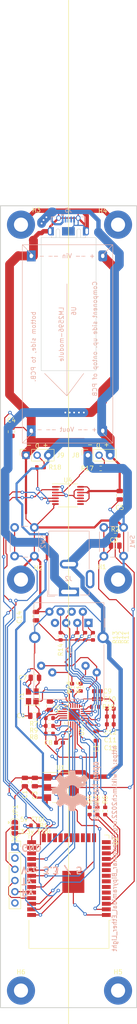
<source format=kicad_pcb>
(kicad_pcb (version 20211014) (generator pcbnew)
  (layers (0 "F.Cu" signal) (31 "B.Cu" signal) (34 "B.Paste" user) (35 "F.Paste" user) (36 "B.SilkS" user "B.Silkscreen") (37 "F.SilkS" user "F.Silkscreen") (38 "B.Mask" user) (39 "F.Mask" user) (44 "Edge.Cuts" user))
  (net 0 "")
  (net 1 "+5V")
  (net 2 "GND")
  (net 3 "/Reset")
  (net 4 "+3V3")
  (net 5 "Net-(C4-Pad1)")
  (net 6 "/XTAL2")
  (net 7 "/XTAL1")
  (net 8 "Net-(C8-Pad1)")
  (net 9 "Net-(C10-Pad1)")
  (net 10 "VDDA")
  (net 12 "Net-(J1-Pad3)")
  (net 20 "Net-(J7-PadL2)")
  (net 21 "Net-(J7-PadL3)")
  (net 22 "/TXP")
  (net 23 "/TXN")
  (net 24 "/RXP")
  (net 25 "/RXN")
  (net 27 "/RXD1_N")
  (net 28 "/rxd1_N")
  (net 29 "/CRS_DV")
  (net 30 "Net-(R4-Pad2)")
  (net 31 "/R_RXCLK")
  (net 32 "/RXD0_P")
  (net 33 "/rxd0_P")
  (net 34 "Net-(R7-Pad1)")
  (net 35 "/MDIO")
  (net 36 "Net-(R10-Pad1)")
  (net 37 "/Link")
  (net 38 "/Activity")
  (net 39 "Net-(R17-Pad1)")
  (net 40 "Net-(J8-Pad2)")
  (net 41 "Net-(R18-Pad1)")
  (net 42 "Net-(J9-Pad2)")
  (net 43 "/Button")
  (net 60 "/LED-1")
  (net 61 "/LED-2")
  (net 63 "/TXD0_P")
  (net 65 "/TXEN")
  (net 66 "/Rx")
  (net 67 "/Tx")
  (net 68 "/TXD1_N")
  (net 69 "/MDC")
  (net 70 "Net-(U4-Pad1)")
  (footprint "Resistor_SMD:R_0603_1608Metric" (layer "F.Cu") (at 134.62 154.686 90)
    (fp_text reference "R4")
    (fp_text value "10R")
  )
  (footprint "Capacitor_SMD:C_0805_2012Metric" (layer "F.Cu") (at 122.074 133.096 180)
    (fp_text reference "C6")
    (fp_text value "18pF")
  )
  (footprint "Capacitor_SMD:C_0603_1608Metric" (layer "F.Cu") (at 136.398 129.286)
    (fp_text reference "C10")
    (fp_text value "270pF")
  )
  (footprint "Connector_PinSocket_2.54mm:PinSocket_1x06_P2.54mm_Vertical" (layer "F.Cu") (at 117.627 162.839)
    (fp_text reference "J1")
    (fp_text value "FTDI")
  )
  (footprint "Capacitor_SMD:C_0603_1608Metric" (layer "F.Cu") (at 139.342 135.03)
    (fp_text reference "C13")
    (fp_text value "100nF")
  )
  (footprint "Capacitor_SMD:C_0805_2012Metric" (layer "F.Cu") (at 116.84 68.646 90)
    (fp_text reference "C4")
    (fp_text value "C")
  )
  (footprint "Capacitor_SMD:C_0805_2012Metric" (layer "F.Cu") (at 122.174 124.46)
    (fp_text reference "C7")
    (fp_text value "18pF")
  )
  (footprint "Resistor_SMD:R_0603_1608Metric" (layer "F.Cu") (at 122.111 157.988)
    (fp_text reference "R1")
    (fp_text value "12k")
  )
  (footprint "Capacitor_SMD:C_0805_2012Metric" (layer "F.Cu") (at 141.478 83.058 -90)
    (fp_text reference "C5")
    (fp_text value "C")
  )
  (footprint "Resistor_SMD:R_0603_1608Metric" (layer "F.Cu") (at 136.398 154.686 90)
    (fp_text reference "R3")
    (fp_text value "10R")
  )
  (footprint "MountingHole:MountingHole_3.2mm_M3_Pad" (layer "F.Cu") (at 141.104 102.197017)
    (fp_text reference "H1")
    (fp_text value "MountingHole_Pad")
  )
  (footprint "Connector_PinSocket_2.54mm:PinSocket_1x03_P2.54mm_Vertical" (layer "F.Cu") (at 134.23782 73.978017 90)
    (fp_text reference "J8")
    (fp_text value "Screw_Terminal_01x03")
  )
  (footprint "Resistor_SMD:R_0603_1608Metric" (layer "F.Cu") (at 138.176 154.686 90)
    (fp_text reference "R6")
    (fp_text value "10R")
  )
  (footprint "Capacitor_SMD:C_0805_2012Metric" (layer "F.Cu") (at 122.428 110.49 90)
    (fp_text reference "C14")
    (fp_text value "18pF")
  )
  (footprint "Jumper:SolderJumper-3_P1.3mm_Open_RoundedPad1.0x1.5mm" (layer "F.Cu") (at 117.602 158.496 -90)
    (fp_text reference "JP1")
    (fp_text value "FTDI-VCC")
  )
  (footprint "Package_DFN_QFN:QFN-24-1EP_4x4mm_P0.5mm_EP2.6x2.6mm" (layer "F.Cu") (at 131.064 132.842 -90)
    (fp_text reference "U3")
    (fp_text value "LAN8720A")
  )
  (footprint "Package_TO_SOT_SMD:SOT-223-3_TabPin2" (layer "F.Cu") (at 128.016 149.352)
    (fp_text reference "U1")
    (fp_text value "AMS1117-3.3")
  )
  (footprint "Resistor_SMD:R_0603_1608Metric" (layer "F.Cu") (at 132.604 126.646 90)
    (fp_text reference "R15")
    (fp_text value "330")
  )
  (footprint "MountingHole:MountingHole_3.2mm_M3_Pad" (layer "F.Cu") (at 141.104 195.415017)
    (fp_text reference "H5")
    (fp_text value "MountingHole_Pad")
  )
  (footprint "Capacitor_SMD:C_0805_2012Metric" (layer "F.Cu") (at 119.888 148.122 90)
    (fp_text reference "C1")
    (fp_text value "C")
  )
  (footprint "Resistor_SMD:R_0603_1608Metric" (layer "F.Cu") (at 131.826 115.062 90)
    (fp_text reference "R13")
    (fp_text value "49R9")
  )
  (footprint "Capacitor_SMD:C_0805_2012Metric" (layer "F.Cu") (at 140.462 94.488)
    (fp_text reference "C2")
    (fp_text value "C")
  )
  (footprint "Resistor_SMD:R_0603_1608Metric" (layer "F.Cu") (at 123.444 76.708)
    (fp_text reference "R18")
    (fp_text value "62")
  )
  (footprint "Package_SO:TSSOP-14_4.4x5mm_P0.65mm" (layer "F.Cu") (at 129.7 83.1)
    (fp_text reference "U4")
    (fp_text value "SN74LV4T125")
  )
  (footprint "Resistor_SMD:R_0603_1608Metric" (layer "F.Cu") (at 125.476 133.604 180)
    (fp_text reference "R7")
    (fp_text value "10R")
  )
  (footprint "Capacitor_SMD:C_0603_1608Metric" (layer "F.Cu") (at 136.398 127.508)
    (fp_text reference "C9")
    (fp_text value "1uF")
  )
  (footprint "Capacitor_SMD:C_0603_1608Metric" (layer "F.Cu") (at 139.342 133.252)
    (fp_text reference "C11")
    (fp_text value "100nF")
  )
  (footprint "Connector_PinSocket_2.54mm:PinSocket_1x03_P2.54mm_Vertical" (layer "F.Cu") (at 120.142 73.978017 90)
    (fp_text reference "J9")
    (fp_text value "Screw_Terminal_01x03")
  )
  (footprint "Capacitor_SMD:C_0805_2012Metric" (layer "F.Cu") (at 122.164 148.122 90)
    (fp_text reference "C3")
    (fp_text value "C")
  )
  (footprint "Capacitor_SMD:C_0603_1608Metric" (layer "F.Cu") (at 127.762 139.192)
    (fp_text reference "C8")
    (fp_text value "100nF")
  )
  (footprint "Resistor_SMD:R_0603_1608Metric" (layer "F.Cu") (at 125.476 137.16)
    (fp_text reference "R8")
    (fp_text value "4.7K")
  )
  (footprint "Inductor_SMD:L_0805_2012Metric" (layer "F.Cu") (at 136.144 137.668 90)
    (fp_text reference "L1")
    (fp_text value "FB/30R")
  )
  (footprint "Capacitor_SMD:C_0603_1608Metric" (layer "F.Cu") (at 139.342 131.474)
    (fp_text reference "C12")
    (fp_text value "100nF")
  )
  (footprint "RF_Module:ESP32-WROOM-32" (layer "F.Cu") (at 129.928 170.01 180)
    (fp_text reference "U2")
    (fp_text value "ESP32-WROOM-32")
  )
  (footprint "Resistor_SMD:R_0603_1608Metric" (layer "F.Cu") (at 135.382 115.062 90)
    (fp_text reference "R11")
    (fp_text value "49R9")
  )
  (footprint "Resistor_SMD:R_0603_1608Metric" (layer "F.Cu") (at 130.638 126.646 90)
    (fp_text reference "R16")
    (fp_text value "330")
  )
  (footprint "Crystal:Crystal_SMD_Abracon_ABM8G-4Pin_3.2x2.5mm" (layer "F.Cu") (at 121.574 128.678 90)
    (fp_text reference "Y1")
    (fp_text value "25MHz")
  )
  (footprint "MountingHole:MountingHole_3.2mm_M3_Pad" (layer "F.Cu") (at 119.006 195.415017)
    (fp_text reference "H6")
    (fp_text value "MountingHole_Pad")
  )
  (footprint "Resistor_SMD:R_0603_1608Metric" (layer "F.Cu") (at 128.016 115.062 90)
    (fp_text reference "R14")
    (fp_text value "49R9")
  )
  (footprint "MountingHole:MountingHole_3.2mm_M3_Pad" (layer "F.Cu") (at 141.104 21.679017)
    (fp_text reference "H4")
    (fp_text value "MountingHole_Pad")
  )
  (footprint "Resistor_SMD:R_0603_1608Metric" (layer "F.Cu") (at 125.476 135.382)
    (fp_text reference "R9")
    (fp_text value "1.5K")
  )
  (footprint "Capacitor_SMD:C_0805_2012Metric" (layer "F.Cu") (at 125.576 130.81 -90)
    (fp_text reference "R5")
    (fp_text value "4.7K")
  )
  (footprint "Resistor_SMD:R_0603_1608Metric" (layer "F.Cu") (at 133.604 115.062 90)
    (fp_text reference "R12")
    (fp_text value "49R9")
  )
  (footprint "MountingHole:MountingHole_3.2mm_M3_Pad" (layer "F.Cu") (at 119.005999 21.679017)
    (fp_text reference "H3")
    (fp_text value "MountingHole_Pad")
  )
  (footprint "MountingHole:MountingHole_3.2mm_M3_Pad" (layer "F.Cu") (at 119.006 102.197017)
    (fp_text reference "H2")
    (fp_text value "MountingHole_Pad")
  )
  (footprint "Resistor_SMD:R_0603_1608Metric" (layer "F.Cu") (at 140.462 92.202)
    (fp_text reference "R2")
    (fp_text value "12k")
  )
  (footprint "Resistor_SMD:R_0603_1608Metric" (layer "F.Cu") (at 137.16 76.962)
    (fp_text reference "R17")
    (fp_text value "62r")
  )
  (footprint "Resistor_SMD:R_0603_1608Metric" (layer "F.Cu") (at 135.89 131.064)
    (fp_text reference "R10")
    (fp_text value "12.1K")
  )
  (footprint "Connector_BarrelJack:BarrelJack_GCT_DCJ200-10-A_Horizontal" (layer "B.Cu") (at 129.936 104.991017)
    (fp_text reference "J2")
    (fp_text value "Barrel_Jack_Switch")
  )
  (footprint "LM2596-module:LM2596-Module" (layer "B.Cu") (at 119.311 26.227 -90)
    (fp_text reference "U6")
    (fp_text value "LM2596")
  )
  (footprint "Button_Switch_THT:SW_PUSH_6mm" (layer "B.Cu") (at 142.374 96.863017 90)
    (fp_text reference "SW1")
    (fp_text value "Reset")
  )
  (footprint "Button_Switch_THT:SW_PUSH_6mm" (layer "B.Cu") (at 122.054 96.863017 90)
    (fp_text reference "SW2")
    (fp_text value "Button")
  )
  (footprint "Connector_USB:USB_Micro-AB_Molex_47590-0001" (layer "B.Cu") (at 129.794 23.181017 180)
    (fp_text reference "J5")
    (fp_text value "USB_B_Mini")
    (fp_line (start 2.8 -1.45) (end 3.75 -1.45) (layer "Edge.Cuts") (width 0.1))
    (fp_line (start -1.95 0.125) (end -1.95 -1.45) (layer "Edge.Cuts") (width 0.1))
    (fp_line (start -1.95 -1.45) (end 1.95 -1.45) (layer "Edge.Cuts") (width 0.1))
    (fp_line (start -3.75 -1.45) (end -2.8 -1.45) (layer "Edge.Cuts") (width 0.1))
    (fp_line (start 1.95 0.125) (end 1.95 -1.45) (layer "Edge.Cuts") (width 0.1))
    (fp_line (start -2.8 0.125) (end -2.8 -1.45) (layer "Edge.Cuts") (width 0.1))
    (fp_line (start 2.8 0.125) (end 2.8 -1.45) (layer "Edge.Cuts") (width 0.1))
    (fp_arc (start 2.8 0.125) (mid 2.375 0.55) (end 1.95 0.125) (layer "Edge.Cuts") (width 0.1))
    (fp_arc (start -1.95 0.125) (mid -2.375 0.55) (end -2.8 0.125) (layer "Edge.Cuts") (width 0.1))
  )
  (footprint "Symbol:OSHW-Logo2_14.6x12mm_SilkScreen" (layer "B.Cu") (at 131.6 150.1 -90)
    (fp_text reference "REF**" hide)
    (fp_text value "OSHW-Logo2_14.6x12mm_SilkScreen" hide)
  )
  (footprint "Connector_RJ:RJ45_Amphenol_RJMG1BD3B8K1ANR" (layer "B.Cu") (at 134.366 112.014 180)
    (fp_text reference "J7")
    (fp_text value "RJ45_Amphenol_RJMG1BD3B8K1ANR")
  )
  (gr_rect (start 114.336 17.395017) (end 145.336 199.295017) (layer "B.SilkS") (width 0.2) (fill none))
  (gr_line (start 129.836 -29.21) (end 129.836 202.946) (layer "F.SilkS") (width 0.15))
  (gr_rect locked (start 114.336 17.395017) (end 145.336 199.295017) (layer "Edge.Cuts") (width 0.2) (fill none))
  (gr_rect (start 123.6 24.6) (end 136.1 54.8) (layer "Edge.Cuts") (width 0.1) (fill none))
  (gr_text "Rx" (at 120.5 173.2 180) (layer "B.SilkS") (effects (font (size 1.5 1.5) (thickness 0.3)) (justify mirror)))
  (gr_text "https://wiki.mch2022.org/Triangular_Bipyramidal_Ether_Light" (at 140.3 163.2 90) (layer "B.SilkS") (effects (font (size 1 1) (thickness 0.2)) (justify mirror)))
  (gr_text "Vcc 3.3 / 5" (at 126 168.1 180) (layer "B.SilkS") (effects (font (size 1.5 1.5) (thickness 0.3)) (justify mirror)))
  (gr_text "Tx" (at 120.3 170.6 180) (layer "B.SilkS") (effects (font (size 1.5 1.5) (thickness 0.3)) (justify mirror)))
  (gr_text "GND" (at 121.4 163 180) (layer "B.SilkS") (effects (font (size 1.5 1.5) (thickness 0.3)) (justify mirror)))
  (gr_text "5v FTDI\n" (at 121.6 156.6) (layer "F.SilkS") (effects (font (size 1 1))))
  (gr_text "3.3v FTDI" (at 122.3 159.4) (layer "F.SilkS") (effects (font (size 1 1))))
  (gr_text "+ D -" (at 136.6 71.7 180) (layer "F.SilkS") (effects (font (size 1 1))))
  (gr_text "+ D -" (at 122.7 71.8 180) (layer "F.SilkS") (effects (font (size 1 1))))
  (segment (start 124.79 19.99) (end 124.14 20.64) (width 1) (layer "F.Cu") (net 1))
  (segment (start 139.31782 70.12582) (end 139.31782 73.978017) (width 2) (layer "F.Cu") (net 1))
  (segment (start 132.5625 82.45) (end 134.15 82.45) (width 0.25) (layer "F.Cu") (net 1))
  (segment (start 122.468 151.652) (end 124.866 151.652) (width 0.5) (layer "F.Cu") (net 1))
  (segment (start 117.602 151.358) (end 117.602 157.196) (width 0.25) (layer "F.Cu") (net 1))
  (segment (start 134.5 83.8) (end 134.5 82.1) (width 0.25) (layer "F.Cu") (net 1))
  (segment (start 119.888 149.352) (end 119.888 149.072) (width 0.25) (layer "F.Cu") (net 1))
  (segment (start 134.5 81.6) (end 134.05 81.15) (width 0.25) (layer "F.Cu") (net 1))
  (segment (start 124.866 153.266) (end 125.9 154.3) (width 0.5) (layer "F.Cu") (net 1))
  (segment (start 134.5 82.3) (end 134.5 82.1) (width 0.25) (layer "F.Cu") (net 1))
  (segment (start 137.371 68.687) (end 139.31782 70.63382) (width 2) (layer "F.Cu") (net 1))
  (segment (start 119.888 149.072) (end 122.468 151.652) (width 0.5) (layer "F.Cu") (net 1))
  (segment (start 134.492 82.108) (end 134.15 82.45) (width 0.5) (layer "F.Cu") (net 1))
  (segment (start 124.866 151.652) (end 124.866 153.266) (width 0.5) (layer "F.Cu") (net 1))
  (segment (start 119.888 149.072) (end 117.602 151.358) (width 0.25) (layer "F.Cu") (net 1))
  (segment (start 124.14 20.96) (end 123.698 21.402) (width 1) (layer "F.Cu") (net 1))
  (segment (start 139.31782 70.63382) (end 139.31782 73.978017) (width 2) (layer "F.Cu") (net 1))
  (segment (start 134.5 82.1) (end 134.5 81.6) (width 0.25) (layer "F.Cu") (net 1))
  (segment (start 139.31782 73.978017) (end 141.478 76.138197) (width 0.5) (layer "F.Cu") (net 1))
  (segment (start 133.9 84.4) (end 134.5 83.8) (width 0.25) (layer "F.Cu") (net 1))
  (segment (start 134.35 82.45) (end 134.5 82.3) (width 0.25) (layer "F.Cu") (net 1))
  (segment (start 124.9 97.7) (end 124.9 91.9) (width 0.5) (layer "F.Cu") (net 1))
  (segment (start 141.478 78.994) (end 141.478 78.486) (width 0.5) (layer "F.Cu") (net 1))
  (segment (start 134.15 82.45) (end 134.35 82.45) (width 0.25) (layer "F.Cu") (net 1))
  (segment (start 134.05 81.15) (end 132.5625 81.15) (width 0.25) (layer "F.Cu") (net 1))
  (segment (start 137.625 68.433) (end 139.31782 70.12582) (width 2) (layer "F.Cu") (net 1))
  (segment (start 141.478 76.138197) (end 141.478 78.486) (width 0.5) (layer "F.Cu") (net 1))
  (segment (start 124.6 98) (end 124.9 97.7) (width 0.5) (layer "F.Cu") (net 1))
  (segment (start 132.5625 84.4) (end 133.9 84.4) (width 0.25) (layer "F.Cu") (net 1))
  (segment (start 141.478 78.486) (end 141.478 82.108) (width 0.5) (layer "F.Cu") (net 1))
  (segment (start 124.14 20.64) (end 124.14 20.96) (width 1) (layer "F.Cu") (net 1))
  (segment (start 141.478 82.108) (end 134.492 82.108) (width 0.5) (layer "F.Cu") (net 1))
  (via (at 124.6 98) (size 0.8) (drill 0.4) (layers "F.Cu" "B.Cu") (net 1))
  (via (at 124.79 19.99) (size 0.8) (drill 0.4) (layers "F.Cu" "B.Cu") (net 1))
  (via (at 125.9 154.3) (size 0.8) (drill 0.4) (layers "F.Cu" "B.Cu") (net 1))
  (via (at 123.698 21.402) (size 0.8) (drill 0.4) (layers "F.Cu" "B.Cu") (net 1))
  (via (at 124.14 20.64) (size 0.8) (drill 0.4) (layers "F.Cu" "B.Cu") (net 1))
  (via (at 124.9 91.9) (size 0.8) (drill 0.4) (layers "F.Cu" "B.Cu") (net 1))
  (segment (start 136.65 20.75) (end 134.696 18.796) (width 1) (layer "B.Cu") (net 1))
  (segment (start 124 141.6) (end 121.7 139.3) (width 0.5) (layer "B.Cu") (net 1))
  (segment (start 124 152.3) (end 124 141.6) (width 0.5) (layer "B.Cu") (net 1))
  (segment (start 119.8 111.7) (end 119.8 109.3) (width 0.5) (layer "B.Cu") (net 1))
  (segment (start 128.494489 19.558) (end 128.494489 19.694489) (width 0.5) (layer "B.Cu") (net 1))
  (segment (start 128.080017 71.12) (end 137.661884 71.12) (width 2) (layer "B.Cu") (net 1))
  (segment (start 136.65 23.35) (end 137.649 24.349) (width 1) (layer "B.Cu") (net 1))
  (segment (start 139.31782 72.775936) (end 139.31782 73.978017) (width 2) (layer "B.Cu") (net 1))
  (segment (start 125.984 18.796) (end 128.524 18.796) (width 0.5) (layer "B.Cu") (net 1))
  (segment (start 140.3 58.742) (end 137.371 61.671) (width 2) (layer "B.Cu") (net 1))
  (segment (start 141.4 30.8) (end 140.3 31.9) (width 2) (layer "B.Cu") (net 1))
  (segment (start 128.524 18.796) (end 128.494489 19.558) (width 0.5) (layer "B.Cu") (net 1))
  (segment (start 117.9 130.3) (end 117.9 113.6) (width 0.5) (layer "B.Cu") (net 1))
  (segment (start 128.494489 21.111511) (end 128.494489 21.082) (width 0.5) (layer "B.Cu") (net 1))
  (segment (start 119.3 90.2) (end 121 91.9) (width 0.5) (layer "B.Cu") (net 1))
  (segment (start 121.7 139.3) (end 117.9 135.5) (width 0.5) (layer "B.Cu") (net 1))
  (segment (start 123.698 21.082) (end 125.984 18.796) (width 2) (layer "B.Cu") (net 1))
  (segment (start 123.7 77) (end 121.4 77) (width 0.5) (layer "B.Cu") (net 1))
  (segment (start 124.6 104) (end 124.6 98) (width 0.5) (layer "B.Cu") (net 1))
  (segment (start 124 152.4) (end 124 152.3) (width 0.5) (layer "B.Cu") (net 1))
  (segment (start 117.9 135.5) (end 117.9 130.3) (width 0.5) (layer "B.Cu") (net 1))
  (segment (start 126.746 21.59) (end 125.984 20.828) (width 0.5) (layer "B.Cu") (net 1))
  (segment (start 118 83.9) (end 119.3 85.2) (width 0.5) (layer "B.Cu") (net 1))
  (segment (start 125.222 73.978017) (end 128.080017 71.12) (width 2) (layer "B.Cu") (net 1))
  (segment (start 137.661884 71.12) (end 139.31782 72.775936) (width 2) (layer "B.Cu") (net 1))
  (segment (start 125.9 154.3) (end 124 152.4) (width 0.5) (layer "B.Cu") (net 1))
  (segment (start 117.9 113.6) (end 119.8 111.7) (width 0.5) (layer "B.Cu") (net 1))
  (segment (start 119.3 85.2) (end 119.3 90.2) (width 0.5) (layer "B.Cu") (net 1))
  (segment (start 136.65 23.35) (end 136.65 23.45) (width 2) (layer "B.Cu") (net 1))
  (segment (start 124.6 104.5) (end 124.6 104) (width 0.5) (layer "B.Cu") (net 1))
  (segment (start 125.984 18.796) (end 126.238 18.796) (width 2) (layer "B.Cu") (net 1))
  (segment (start 119.8 109.3) (end 124.6 104.5) (width 0.5) (layer "B.Cu") (net 1))
  (segment (start 136.65 23.35) (end 136.65 20.75) (width 1) (layer "B.Cu") (net 1))
  (segment (start 125.222 73.978017) (end 125.222 75.478) (width 0.5) (layer "B.Cu") (net 1))
  (segment (start 123.698 21.082) (end 124.14 20.64) (width 2) (layer "B.Cu") (net 1))
  (segment (start 121.4 77) (end 118 80.4) (width 0.5) (layer "B.Cu") (net 1))
  (segment (start 125.222 75.478) (end 123.7 77) (width 0.5) (layer "B.Cu") (net 1))
  (segment (start 141.4 28.2) (end 141.4 30.8) (width 2) (layer "B.Cu") (net 1))
  (segment (start 140.3 31.9) (end 140.3 58.742) (width 2) (layer "B.Cu") (net 1))
  (segment (start 121 91.9) (end 124.9 91.9) (width 0.5) (layer "B.Cu") (net 1))
  (segment (start 136.65 23.45) (end 141.4 28.2) (width 2) (layer "B.Cu") (net 1))
  (segment (start 123.698 21.402) (end 123.698 21.082) (width 2) (layer "B.Cu") (net 1))
  (segment (start 134.696 18.796) (end 125.984 18.796) (width 1) (layer "B.Cu") (net 1))
  (segment (start 137.371 61.671) (end 137.371 68.687) (width 2) (layer "B.Cu") (net 1))
  (segment (start 118 80.4) (end 118 83.9) (width 0.5) (layer "B.Cu") (net 1))
  (segment (start 128.016 21.59) (end 128.494489 21.111511) (width 0.5) (layer "B.Cu") (net 1))
  (segment (start 125.984 20.828) (end 125.984 18.796) (width 0.5) (layer "B.Cu") (net 1))
  (segment (start 128.494489 19.694489) (end 128.5 19.7) (width 0.5) (layer "B.Cu") (net 1))
  (segment (start 126.746 21.59) (end 128.016 21.59) (width 0.5) (layer "B.Cu") (net 1))
  (segment (start 124.79 19.99) (end 125.984 18.796) (width 2) (layer "B.Cu") (net 1))
  (segment (start 122.185016 18.5) (end 126.9 18.5) (width 1) (layer "F.Cu") (net 2))
  (segment (start 123.1 23.6) (end 122 24.7) (width 1) (layer "F.Cu") (net 2))
  (segment (start 118.467 28.767) (end 121.851 28.767) (width 2) (layer "F.Cu") (net 2))
  (segment (start 121.2 122.4) (end 122 122.4) (width 0.25) (layer "F.Cu") (net 2))
  (segment (start 141.411481 84.188519) (end 139.3 86.3) (width 0.25) (layer "F.Cu") (net 2))
  (segment (start 125.014 147.2) (end 124.866 147.052) (width 0.25) (layer "F.Cu") (net 2))
  (segment (start 122.185016 18.5) (end 119.005999 21.679017) (width 1) (layer "F.Cu") (net 2))
  (segment (start 138.428 178.265) (end 133.815 178.265) (width 0.25) (layer "F.Cu") (net 2))
  (segment (start 140.1 136.3) (end 140.1 135.047) (width 0.25) (layer "F.Cu") (net 2))
  (segment (start 120.142 73.61957) (end 121.330785 72.430785) (width 2) (layer "F.Cu") (net 2))
  (segment (start 123.124 124.46) (end 123.124 125.676) (width 0.25) (layer "F.Cu") (net 2))
  (segment (start 121.330785 72.430785) (end 122.67905 71.08252) (width 2) (layer "F.Cu") (net 2))
  (segment (start 135.643 160.755) (end 135.643 166.05) (width 0.25) (layer "F.Cu") (net 2))
  (segment (start 126.707008 21.043008) (end 127.569 20.181017) (width 0.5) (layer "F.Cu") (net 2))
  (segment (start 122.164 147.172) (end 124.746 147.172) (width 0.5) (layer "F.Cu") (net 2))
  (segment (start 137.924983 18.5) (end 141.104 21.679017) (width 1) (layer "F.Cu") (net 2))
  (segment (start 119.888 147.172) (end 122.164 147.172) (width 0.5) (layer "F.Cu") (net 2))
  (segment (start 122.146 118.854) (end 122.146 115.304) (width 0.25) (layer "F.Cu") (net 2))
  (segment (start 128.537 139.192) (end 128.537 139.663) (width 0.25) (layer "F.Cu") (net 2))
  (segment (start 127.569 20.181017) (end 132.019 20.181017) (width 0.25) (layer "F.Cu") (net 2))
  (segment (start 121.343 72.41857) (end 120.142 73.61957) (width 2) (layer "F.Cu") (net 2))
  (segment (start 133.815 178.265) (end 133.604 178.054) (width 0.25) (layer "F.Cu") (net 2))
  (segment (start 126.8375 85.05) (end 126.462989 85.424511) (width 0.25) (layer "F.Cu") (net 2))
  (segment (start 116.4 30.7) (end 118.4 28.7) (width 2) (layer "F.Cu") (net 2))
  (segment (start 133.27616 71.08252) (end 134.23782 72.04418) (width 2) (layer "F.Cu") (net 2))
  (segment (start 138.9 146.9) (end 134.4 146.9) (width 1) (layer "F.Cu") (net 2))
  (segment (start 131.064 132.842) (end 131.826 132.08) (width 0.25) (layer "F.Cu") (net 2))
  (segment (start 123.428 178.265) (end 130.928 170.765) (width 0.25) (layer "F.Cu") (net 2))
  (segment (start 119.006 99.911017) (end 119.006 102.197017) (width 0.5) (layer "F.Cu") (net 2))
  (segment (start 122.054 90.363017) (end 122.054 96.863017) (width 0.25) (layer "F.Cu") (net 2))
  (segment (start 116.332 150.876) (end 116.332 148.59) (width 0.25) (layer "F.Cu") (net 2))
  (segment (start 125.619 22.131016) (end 125.619 23.181017) (width 0.5) (layer "F.Cu") (net 2))
  (segment (start 128.537 139.663) (end 127.3 140.9) (width 0.25) (layer "F.Cu") (net 2))
  (segment (start 141.412 95.901017) (end 142.374 96.863017) (width 0.25) (layer "F.Cu") (net 2))
  (segment (start 132.019 20.181017) (end 132.019 18.681) (width 0.25) (layer "F.Cu") (net 2))
  (segment (start 141.478 84.008) (end 141.411481 84.074519) (width 0.25) (layer "F.Cu") (net 2))
  (segment (start 140.810983 88.8) (end 142.374 90.363017) (width 0.5) (layer "F.Cu") (net 2))
  (segment (start 128.6 145.9) (end 127.448 147.052) (width 1) (layer "F.Cu") (net 2))
  (segment (start 120.724 132.696) (end 120.724 129.778) (width 0.25) (layer "F.Cu") (net 2))
  (segment (start 122.054 96.863017) (end 119.006 99.911017) (width 0.5) (layer "F.Cu") (net 2))
  (segment (start 122.67905 71.08252) (end 133.27616 71.08252) (width 2) (layer "F.Cu") (net 2))
  (segment (start 123.124 124.46) (end 123.124 123.524) (width 0.25) (layer "F.Cu") (net 2))
  (segment (start 133.969 22.131017) (end 132.019 20.181017) (width 0.5) (layer "F.Cu") (net 2))
  (segment (start 135.643 166.05) (end 130.928 170.765) (width 0.25) (layer "F.Cu") (net 2))
  (segment (start 126.5 147.2) (end 125.014 147.2) (width 0.25) (layer "F.Cu") (net 2))
  (segment (start 121.851 71.91057) (end 121.330785 72.430785) (width 2) (layer "F.Cu") (net 2))
  (segment (start 122.424 126.376) (end 122.424 127.578) (width 0.25) (layer "F.Cu") (net 2))
  (segment (start 139.286 129.286) (end 140.117 130.117) (width 0.25) (layer "F.Cu") (net 2))
  (segment (start 120.533 68.633) (end 122.129 68.633) (width 0.25) (layer "F.Cu") (net 2))
  (segment (start 121.124 133.096) (end 120.724 132.696) (width 0.25) (layer "F.Cu") (net 2))
  (segment (start 137.3 88.8) (end 140.810983 88.8) (width 0.5) (layer "F.Cu") (net 2))
  (segment (start 116.332 148.59) (end 117.75 147.172) (width 0.25) (layer "F.Cu") (net 2))
  (segment (start 127.569 19.169) (end 126.9 18.5) (width 0.25) (layer "F.Cu") (net 2))
  (segment (start 126.462989 85.424511) (end 126.462989 85.954028) (width 0.25) (layer "F.Cu") (net 2))
  (segment (start 120.142 73.61957) (end 120.142 73.978017) (width 2) (layer "F.Cu") (net 2))
  (segment (start 140.117 130.117) (end 140.117 131.474) (width 0.25) (layer "F.Cu") (net 2))
  (segment (start 134.4 146.9) (end 133.4 145.9) (width 1) (layer "F.Cu") (net 2))
  (segment (start 137.173 127.508) (end 137.173 129.286) (width 0.25) (layer "F.Cu") (net 2))
  (segment (start 120.142 73.978017) (end 120.142 87.158) (width 0.5) (layer "F.Cu") (net 2))
  (segment (start 130.928 175.632) (end 130.928 170.765) (width 0.25) (layer "F.Cu") (net 2))
  (segment (start 141.412 94.488) (end 141.412 95.901017) (width 0.25) (layer "F.Cu") (net 2))
  (segment (start 123.124 123.524) (end 122 122.4) (width 0.25) (layer "F.Cu") (net 2))
  (segment (start 127.448 147.052) (end 124.866 147.052) (width 1) (layer "F.Cu") (net 2))
  (segment (start 122.054 90.363017) (end 135.736983 90.363017) (width 0.5) (layer "F.Cu") (net 2))
  (segment (start 116.84 67.696) (end 119.504 67.696) (width 0.25) (layer "F.Cu") (net 2))
  (segment (start 123.4 108.568) (end 123.4 98.209017) (width 0.5) (layer "F.Cu") (net 2))
  (segment (start 122.054 90.363017) (end 120.142 88.451017) (width 0.25) (layer "F.Cu") (net 2))
  (segment (start 126.707008 21.043008) (end 125.619 22.131016) (width 0.5) (layer "F.Cu") (net 2))
  (segment (start 131.318 176.022) (end 130.928 175.632) (width 0.25) (layer "F.Cu") (net 2))
  (segment (start 124.119 23.181017) (end 123.700017 23.6) (width 1) (layer "F.Cu") (net 2))
  (segment (start 142.374 90.363017) (end 142.374 96.863017) (width 0.25) (layer "F.Cu") (net 2))
  (segment (start 133.969 23.181017) (end 133.969 22.131017) (width 0.5) (layer "F.Cu") (net 2))
  (segment (start 124.746 147.172) (end 124.866 147.052) (width 0.5) (layer "F.Cu") (net 2))
  (segment (start 132.2 18.5) (end 137.924983 18.5) (width 1) (layer "F.Cu") (net 2))
  (segment (start 122 119) (end 122.146 118.854) (width 0.25) (layer "F.Cu") (net 2))
  (segment (start 135.736983 90.363017) (end 137.3 88.8) (width 0.5) (layer "F.Cu") (net 2))
  (segment (start 134.23782 72.04418) (end 134.23782 73.978017) (width 2) (layer "F.Cu") (net 2))
  (segment (start 122.494 109.474) (end 125.476 109.474) (width 0.25) (layer "F.Cu") (net 2))
  (segment (start 120.8 122.8) (end 121.2 122.4) (width 0.25) (layer "F.Cu") (net 2))
  (segment (start 141.411481 84.074519) (end 141.411481 84.188519) (width 0.25) (layer "F.Cu") (net 2))
  (segment (start 133.4 145.9) (end 128.6 145.9) (width 1) (layer "F.Cu") (net 2))
  (segment (start 118.4 28.7) (end 118.467 28.767) (width 2) (layer "F.Cu") (net 2))
  (segment (start 122.428 109.54) (end 123.4 108.568) (width 0.5) (layer "F.Cu") (net 2))
  (segment (start 122.164 147.172) (end 122.284 147.052) (width 0.25) (layer "F.Cu") (net 2))
  (segment (start 123.124 125.676) (end 122.424 126.376) (width 0.25) (layer "F.Cu") (net 2))
  (segment (start 120.844983 89.154) (end 122.054 90.363017) (width 0.25) (layer "F.Cu") (net 2))
  (segment (start 126.462989 85.954028) (end 122.054 90.363017) (width 0.25) (layer "F.Cu") (net 2))
  (segment (start 122 24.7) (end 122.129 24.829) (width 1) (layer "F.Cu") (net 2))
  (segment (start 117.75 147.172) (end 119.888 147.172) (width 0.25) (layer "F.Cu") (net 2))
  (segment (start 116.4 60.2) (end 116.4 30.7) (width 2) (layer "F.Cu") (net 2))
  (segment (start 137.173 129.286) (end 139.286 129.286) (width 0.25) (layer "F.Cu") (net 2))
  (segment (start 119.496 133.096) (end 119.4 133) (width 0.25) (layer "F.Cu") (net 2))
  (segment (start 120.142 88.451017) (end 120.142 87.158) (width 0.25) (layer "F.Cu") (net 2))
  (segment (start 140.1 135.047) (end 140.117 135.03) (width 0.25) (layer "F.Cu") (net 2))
  (segment (start 121.851 25.251) (end 121.8 25.2) (width 2) (layer "F.Cu") (net 2))
  (segment (start 140.117 131.474) (end 140.117 135.03) (width 0.25) (layer "F.Cu") (net 2))
  (segment (start 122.428 109.54) (end 122.494 109.474) (width 0.25) (layer "F.Cu") (net 2))
  (segment (start 119.55 67.65) (end 120.533 68.633) (width 0.25) (layer "F.Cu") (net 2))
  (segment (start 122 122.4) (end 122 119) (width 0.25) (layer "F.Cu") (net 2))
  (segment (start 119.504 67.696) (end 119.55 67.65) (width 0.25) (layer "F.Cu") (net 2))
  (segment (start 121.343 68.433) (end 121.343 65.143) (width 2) (layer "F.Cu") (net 2))
  (segment (start 121.124 133.096) (end 119.496 133.096) (width 0.25) (layer "F.Cu") (net 2))
  (segment (start 121.428 178.265) (end 123.428 178.265) (width 0.25) (layer "F.Cu") (net 2))
  (segment (start 132.019 18.681) (end 132.2 18.5) (width 0.25) (layer "F.Cu") (net 2))
  (segment (start 137.173 130.606) (end 136.715 131.064) (width 0.25) (layer "F.Cu") (net 2))
  (segment (start 133.969 23.181017) (end 133.969 19.569) (width 1) (layer "F.Cu") (net 2))
  (segment (start 123.700017 23.6) (end 123.1 23.6) (width 1) (layer "F.Cu") (net 2))
  (segment (start 137.173 129.286) (end 137.173 130.606) (width 0.25) (layer "F.Cu") (net 2))
  (segment (start 123.4 98.209017) (end 122.054 96.863017) (width 0.5) (layer "F.Cu") (net 2))
  (segment (start 121.343 65.143) (end 116.4 60.2) (width 2) (layer "F.Cu") (net 2))
  (segment (start 121.343 68.433) (end 121.343 72.41857) (width 2) (layer "F.Cu") (net 2))
  (segment (start 125.619 23.181017) (end 124.119 23.181017) (width 1) (layer "F.Cu") (net 2))
  (segment (start 126.9 18.5) (end 132.2 18.5) (width 1) (layer "F.Cu") (net 2))
  (segment (start 127.569 20.181017) (end 127.569 19.169) (width 0.25) (layer "F.Cu") (net 2))
  (segment (start 133.969 19.569) (end 132.9 18.5) (width 1) (layer "F.Cu") (net 2))
  (segment (start 121.851 28.767) (end 121.851 25.251) (width 2) (layer "F.Cu") (net 2))
  (segment (start 121.166 69.596) (end 122.129 68.633) (width 0.5) (layer "F.Cu") (net 2))
  (via (at 123.428 178.265) (size 0.8) (drill 0.4) (layers "F.Cu" "B.Cu") (net 2))
  (via (at 120.8 122.8) (size 0.8) (drill 0.4) (layers "F.Cu" "B.Cu") (net 2))
  (via (at 119.4 133) (size 0.8) (drill 0.4) (layers "F.Cu" "B.Cu") (net 2))
  (via (at 131.318 176.022) (size 0.8) (drill 0.4) (layers "F.Cu" "B.Cu") (net 2))
  (via (at 126.1 142.3) (size 0.8) (drill 0.4) (layers "F.Cu" "B.Cu") (net 2))
  (via (at 126.5 147.2) (size 0.8) (drill 0.4) (layers "F.Cu" "B.Cu") (net 2))
  (via (at 131.826 132.08) (size 0.8) (drill 0.4) (layers "F.Cu" "B.Cu") (net 2))
  (via (at 140.1 136.3) (size 0.8) (drill 0.4) (layers "F.Cu" "B.Cu") (net 2))
  (via (at 133.604 178.054) (size 0.8) (drill 0.4) (layers "F.Cu" "B.Cu") (net 2))
  (via (at 139.3 86.3) (size 0.8) (drill 0.4) (layers "F.Cu" "B.Cu") (net 2))
  (via (at 127.3 140.9) (size 0.8) (drill 0.4) (layers "F.Cu" "B.Cu") (net 2))
  (via (at 138.9 146.9) (size 0.8) (drill 0.4) (layers "F.Cu" "B.Cu") (net 2))
  (via (at 116.332 150.876) (size 0.8) (drill 0.4) (layers "F.Cu" "B.Cu") (net 2))
  (segment (start 140.1 136.3) (end 141.5 136.3) (width 0.25) (layer "B.Cu") (net 2))
  (segment (start 122.146 112.804) (end 122.146 115.304) (width 0.25) (layer "B.Cu") (net 2))
  (segment (start 141.5 136.3) (end 141.7 136.5) (width 0.25) (layer "B.Cu") (net 2))
  (segment (start 141.7 144.1) (end 138.9 146.9) (width 1) (layer "B.Cu") (net 2))
  (segment (start 137.3 137.8) (end 138.2 137.8) (width 0.25) (layer "B.Cu") (net 2))
  (segment (start 137.922 93.98) (end 134.647017 93.98) (width 2) (layer "B.Cu") (net 2))
  (segment (start 137 137.5) (end 137.3 137.8) (width 0.25) (layer "B.Cu") (net 2))
  (segment (start 142.374 96.863017) (end 142.374 100.927017) (width 0.5) (layer "B.Cu") (net 2))
  (segment (start 139.3 86.3) (end 140.727 87.727) (width 0.25) (layer "B.Cu") (net 2))
  (segment (start 126.0565 23.181017) (end 126.0565 22.7875) (width 0.25) (layer "B.Cu") (net 2))
  (segment (start 143.256 85.598) (end 141.827 87.027) (width 2) (layer "B.Cu") (net 2))
  (segment (start 142.374 100.927017) (end 141.104 102.197017) (width 0.5) (layer "B.Cu") (net 2))
  (segment (start 120.094 165.306) (end 120.094 174.931) (width 0.25) (layer "B.Cu") (net 2))
  (segment (start 131.131017 21.844) (end 131.094 21.881017) (width 0.25) (layer "B.Cu") (net 2))
  (segment (start 120.094 174.931) (end 123.428 178.265) (width 0.25) (layer "B.Cu") (net 2))
  (segment (start 133.03648 103.894981) (end 137.696 108.554501) (width 1) (layer "B.Cu") (net 2))
  (segment (start 143.256 82.244) (end 143.256 85.598) (width 2) (layer "B.Cu") (net 2))
  (segment (start 119.4 133) (end 118.9 132.5) (width 0.25) (layer "B.Cu") (net 2))
  (segment (start 138.2 137.8) (end 138.6 137.8) (width 0.25) (layer "B.Cu") (net 2))
  (segment (start 133.969 22.717) (end 133.096 21.844) (width 0.25) (layer "B.Cu") (net 2))
  (segment (start 141.827 87.027) (end 141.127 87.727) (width 2) (layer "B.Cu") (net 2))
  (segment (start 127.3 146.5) (end 126.55 147.25) (width 0.25) (layer "B.Cu") (net 2))
  (segment (start 126.55 147.25) (end 126.5 147.2) (width 0.25) (layer "B.Cu") (net 2))
  (segment (start 133.623921 108.199489) (end 126.750511 108.199489) (width 0.25) (layer "B.Cu") (net 2))
  (segment (start 133.969 23.181017) (end 133.969 22.717) (width 0.25) (layer "B.Cu") (net 2))
  (segment (start 126.1 142.3) (end 126.9 143.1) (width 0.25) (layer "B.Cu") (net 2))
  (segment (start 133.03648 101.791497) (end 133.03648 103.894981) (width 1) (layer "B.Cu") (net 2))
  (segment (start 132.019 20.181017) (end 132.019 21.651) (width 0.25) (layer "B.Cu") (net 2))
  (segment (start 131.826 132.08) (end 131.826 132.326) (width 0.25) (layer "B.Cu") (net 2))
  (segment (start 141.7 122.6) (end 141.7 136.5) (width 1) (layer "B.Cu") (net 2))
  (segment (start 127.3 143.1) (end 127.3 146.5) (width 0.25) (layer "B.Cu") (net 2))
  (segment (start 137.696 108.554501) (end 137.696 115.304) (width 1) (layer "B.Cu") (net 2))
  (segment (start 131.094 21.881017) (end 129.794 23.181017) (width 0.25) (layer "B.Cu") (net 2))
  (segment (start 141.127 87.727) (end 140.073511 88.780489) (width 2) (layer "B.Cu") (net 2))
  (segment (start 131.572 176.022) (end 131.318 176.022) (width 0.25) (layer "B.Cu") (net 2))
  (segment (start 134.23782 75.81782) (end 135.382 76.962) (width 2) (layer "B.Cu") (net 2))
  (segment (start 139.1 116.708) (end 139.1 120) (width 1) (layer "B.Cu") (net 2))
  (segment (start 142.374 90.363017) (end 142.374 87.574) (width 0.5) (layer "B.Cu") (net 2))
  (segment (start 133.096 21.844) (end 131.826 21.844) (width 0.25) (layer "B.Cu") (net 2))
  (segment (start 139.1 120) (end 141.7 122.6) (width 1) (layer "B.Cu") (net 2))
  (segment (start 132.019 21.651) (end 131.826 21.844) (width 0.25) (layer "B.Cu") (net 2))
  (segment (start 143.256 77.978) (end 143.256 82.244) (width 2) (layer "B.Cu") (net 2))
  (segment (start 118.9 132.5) (end 118.9 125) (width 0.25) (layer "B.Cu") (net 2))
  (segment (start 140.727 87.727) (end 141.127 87.727) (width 0.25) (layer "B.Cu") (net 2))
  (segment (start 119.005999 21.679017) (end 120.620983 21.679017) (width 1) (layer "B.Cu") (net 2))
  (segment (start 131.826 21.844) (end 131.131017 21.844) (width 0.25) (layer "B.Cu") (net 2))
  (segment (start 131.826 132.326) (end 137 137.5) (width 0.25) (layer "B.Cu") (net 2))
  (segment (start 118.9 125) (end 118.9 124.7) (width 0.25) (layer "B.Cu") (net 2))
  (segment (start 135.382 76.962) (end 142.24 76.962) (width 2) (layer "B.Cu") (net 2))
  (segment (start 140.073511 88.780489) (end 140.073511 91.828489) (width 2) (layer "B.Cu") (net 2))
  (segment (start 134.23782 73.978017) (end 134.23782 75.81782) (width 2) (layer "B.Cu") (net 2))
  (segment (start 125.476 109.474) (end 122.146 112.804) (width 0.25) (layer "B.Cu") (net 2))
  (segment (start 126.9 143.1) (end 127.3 143.1) (width 0.25) (layer "B.Cu") (net 2))
  (segment (start 133.604 178.054) (end 131.572 176.022) (width 0.25) (layer "B.Cu") (net 2))
  (segment (start 117.627 162.839) (end 117.627 152.171) (width 0.25) (layer "B.Cu") (net 2))
  (segment (start 118.9 124.7) (end 120.8 122.8) (width 0.25) (layer "B.Cu") (net 2))
  (segment (start 142.24 76.962) (end 143.256 77.978) (width 2) (layer "B.Cu") (net 2))
  (segment (start 140.073511 91.828489) (end 137.922 93.98) (width 2) (layer "B.Cu") (net 2))
  (segment (start 134.647017 93.98) (end 129.936 98.691017) (width 2) (layer "B.Cu") (net 2))
  (segment (start 137.696 112.271568) (end 133.623921 108.199489) (width 0.25) (layer "B.Cu") (net 2))
  (segment (start 126.750511 108.199489) (end 125.476 109.474) (width 0.25) (layer "B.Cu") (net 2))
  (segment (start 117.627 162.839) (end 120.094 165.306) (width 0.25) (layer "B.Cu") (net 2))
  (segment (start 117.627 152.171) (end 116.332 150.876) (width 0.25) (layer "B.Cu") (net 2))
  (segment (start 142.374 87.574) (end 141.827 87.027) (width 0.5) (layer "B.Cu") (net 2))
  (segment (start 129.936 98.691017) (end 133.03648 101.791497) (width 1) (layer "B.Cu") (net 2))
  (segment (start 127.3 140.9) (end 127.3 143.1) (width 0.25) (layer "B.Cu") (net 2))
  (segment (start 138.6 137.8) (end 140.1 136.3) (width 0.25) (layer "B.Cu") (net 2))
  (segment (start 137.696 115.304) (end 137.696 112.271568) (width 0.25) (layer "B.Cu") (net 2))
  (segment (start 137.696 115.304) (end 139.1 116.708) (width 1) (layer "B.Cu") (net 2))
  (segment (start 141.7 136.5) (end 141.7 144.1) (width 1) (layer "B.Cu") (net 2))
  (segment (start 131.094 20.506017) (end 131.094 21.881017) (width 0.25) (layer "B.Cu") (net 2))
  (segment (start 139.512 94.488) (end 139.512 95.225017) (width 0.25) (layer "F.Cu") (net 3))
  (segment (start 140.661285 106.738715) (end 144.78 110.857429) (width 0.25) (layer "F.Cu") (net 3))
  (segment (start 137.874 96.863017) (end 136.7 98.037017) (width 0.25) (layer "F.Cu") (net 3))
  (segment (start 141.287 92.202) (end 139.448017 90.363017) (width 0.25) (layer "F.Cu") (net 3))
  (segment (start 139.138715 106.738715) (end 140.661285 106.738715) (width 0.25) (layer "F.Cu") (net 3))
  (segment (start 139.512 95.225017) (end 137.874 96.863017) (width 0.25) (layer "F.Cu") (net 3))
  (segment (start 144.78 170.623) (end 139.678 175.725) (width 0.25) (layer "F.Cu") (net 3))
  (segment (start 144.78 110.857429) (end 144.78 170.623) (width 0.25) (layer "F.Cu") (net 3))
  (segment (start 137.874 90.363017) (end 137.874 96.863017) (width 0.25) (layer "F.Cu") (net 3))
  (segment (start 136.7 98.037017) (end 136.7 104.3) (width 0.25) (layer "F.Cu") (net 3))
  (segment (start 139.448017 90.363017) (end 137.874 90.363017) (width 0.25) (layer "F.Cu") (net 3))
  (segment (start 136.7 104.3) (end 139.138715 106.738715) (width 0.25) (layer "F.Cu") (net 3))
  (segment (start 139.678 175.725) (end 138.428 175.725) (width 0.25) (layer "F.Cu") (net 3))
  (segment (start 122.164 149.072) (end 122.444 149.352) (width 0.25) (layer "F.Cu") (net 4))
  (segment (start 125.476 149.352) (end 124.866 149.352) (width 0.25) (layer "F.Cu") (net 4))
  (segment (start 143.764 149.352) (end 131.166 149.352) (width 0.25) (layer "F.Cu") (net 4))
  (segment (start 124.651 139.383) (end 127.762 142.494) (width 0.25) (layer "F.Cu") (net 4))
  (segment (start 136.144 157.988) (end 132.842 157.988) (width 0.25) (layer "F.Cu") (net 4))
  (segment (start 126.96248 132.80448) (end 127 132.842) (width 0.25) (layer "F.Cu") (net 4))
  (segment (start 131.166 154.026) (end 131.166 149.352) (width 0.25) (layer "F.Cu") (net 4))
  (segment (start 124.866 149.352) (end 131.166 149.352) (width 0.25) (layer "F.Cu") (net 4))
  (segment (start 129.1265 132.592) (end 127.25 132.592) (width 0.25) (layer "F.Cu") (net 4))
  (segment (start 136.144 142.494) (end 136.144 138.7305) (width 0.25) (layer "F.Cu") (net 4))
  (segment (start 132.606 142.494) (end 136.144 142.494) (width 0.25) (layer "F.Cu") (net 4))
  (segment (start 132.842 157.988) (end 131.826 156.972) (width 0.25) (layer "F.Cu") (net 4))
  (segment (start 126.934 129.86) (end 127 129.794) (width 0.25) (layer "F.Cu") (net 4))
  (segment (start 139.637 92.202) (end 140.462 93.027) (width 0.25) (layer "F.Cu") (net 4))
  (segment (start 121.286 157.988) (end 119.888 157.988) (width 0.25) (layer "F.Cu") (net 4))
  (segment (start 131.848 149.352) (end 133 148.2) (width 0.25) (layer "F.Cu") (net 4))
  (segment (start 119.478 159.796) (end 117.602 159.796) (width 0.25) (layer "F.Cu") (net 4))
  (segment (start 125.476 129.86) (end 126.934 129.86) (width 0.25) (layer "F.Cu") (net 4))
  (segment (start 121.286 157.988) (end 119.478 159.796) (width 0.25) (layer "F.Cu") (net 4))
  (segment (start 142.748 98.552) (end 144.78 100.584) (width 0.25) (layer "F.Cu") (net 4))
  (segment (start 127 150.876) (end 125.476 149.352) (width 0.25) (layer "F.Cu") (net 4))
  (segment (start 136.906 158.75) (end 136.144 157.988) (width 0.25) (layer "F.Cu") (net 4))
  (segment (start 125.76752 132.80448) (end 126.96248 132.80448) (width 0.25) (layer "F.Cu") (net 4))
  (segment (start 127.25 132.592) (end 127 132.842) (width 0.25) (layer "F.Cu") (net 4))
  (segment (start 124.586 149.072) (end 124.866 149.352) (width 0.5) (layer "F.Cu") (net 4))
  (segment (start 131.166 149.352) (end 134.62 149.352) (width 0.25) (layer "F.Cu") (net 4))
  (segment (start 144.78 100.584) (end 144.78 103.124) (width 0.25) (layer "F.Cu") (net 4))
  (segment (start 123.444 135.382) (end 124.651 135.382) (width 0.25) (layer "F.Cu") (net 4))
  (segment (start 138.428 176.995) (end 136.101 176.995) (width 0.25) (layer "F.Cu") (net 4))
  (segment (start 131.826 154.686) (end 131.166 154.026) (width 0.25) (layer "F.Cu") (net 4))
  (segment (start 140.462 93.027) (end 140.462 96.012) (width 0.25) (layer "F.Cu") (net 4))
  (segment (start 136.101 176.995) (end 135.89 176.784) (width 0.25) (layer "F.Cu") (net 4))
  (segment (start 144.78 108.712) (end 144.526 108.966) (width 0.25) (layer "F.Cu") (net 4))
  (segment (start 141.986 98.552) (end 142.748 98.552) (width 0.25) (layer "F.Cu") (net 4))
  (segment (start 124.651 133.604) (end 124.651 137.16) (width 0.25) (layer "F.Cu") (net 4))
  (segment (start 140.462 96.012) (end 140.462 97.028) (width 0.25) (layer "F.Cu") (net 4))
  (segment (start 131.166 149.352) (end 131.848 149.352) (width 0.25) (layer "F.Cu") (net 4))
  (segment (start 125.413 132.842) (end 125.73 132.842) (width 0.25) (layer "F.Cu") (net 4))
  (segment (start 140.462 97.028) (end 141.986 98.552) (width 0.25) (layer "F.Cu") (net 4))
  (segment (start 125.73 132.842) (end 125.76752 132.80448) (width 0.25) (layer "F.Cu") (net 4))
  (segment (start 124.651 133.604) (end 125.413 132.842) (width 0.25) (layer "F.Cu") (net 4))
  (segment (start 124.651 137.16) (end 124.651 139.383) (width 0.25) (layer "F.Cu") (net 4))
  (segment (start 144.78 103.124) (end 144.78 108.712) (width 0.25) (layer "F.Cu") (net 4))
  (segment (start 122.164 149.072) (end 124.586 149.072) (width 0.5) (layer "F.Cu") (net 4))
  (segment (start 131.826 156.972) (end 131.826 154.686) (width 0.25) (layer "F.Cu") (net 4))
  (segment (start 127.762 142.494) (end 132.606 142.494) (width 0.25) (layer "F.Cu") (net 4))
  (via (at 144.526 108.966) (size 0.8) (drill 0.4) (layers "F.Cu" "B.Cu") (net 4))
  (via (at 119.888 157.988) (size 0.8) (drill 0.4) (layers "F.Cu" "B.Cu") (net 4))
  (via (at 123.444 135.382) (size 0.8) (drill 0.4) (layers "F.Cu" "B.Cu") (net 4))
  (via (at 127 150.876) (size 0.8) (drill 0.4) (layers "F.Cu" "B.Cu") (net 4))
  (via (at 133 148.2) (size 0.8) (drill 0.4) (layers "F.Cu" "B.Cu") (net 4))
  (via (at 132.606 142.494) (size 0.8) (drill 0.4) (layers "F.Cu" "B.Cu") (net 4))
  (via (at 135.89 176.784) (size 0.8) (drill 0.4) (layers "F.Cu" "B.Cu") (net 4))
  (via (at 143.764 149.352) (size 0.8) (drill 0.4) (layers "F.Cu" "B.Cu") (net 4))
  (via (at 136.906 158.75) (size 0.8) (drill 0.4) (layers "F.Cu" "B.Cu") (net 4))
  (via (at 127 129.794) (size 0.8) (drill 0.4) (layers "F.Cu" "B.Cu") (net 4))
  (segment (start 144.526 148.59) (end 143.764 149.352) (width 0.25) (layer "B.Cu") (net 4))
  (segment (start 136.906 175.768) (end 136.906 158.75) (width 0.25) (layer "B.Cu") (net 4))
  (segment (start 133 148.2) (end 133 142.888) (width 0.25) (layer "B.Cu") (net 4))
  (segment (start 120.396 158.496) (end 127 158.496) (width 0.25) (layer "B.Cu") (net 4))
  (segment (start 127.508 157.988) (end 127.508 156.464) (width 0.25) (layer "B.Cu") (net 4))
  (segment (start 127.508 151.384) (end 127 150.876) (width 0.25) (layer "B.Cu") (net 4))
  (segment (start 133 142.888) (end 132.606 142.494) (width 0.25) (layer "B.Cu") (net 4))
  (segment (start 127 158.496) (end 127.508 157.988) (width 0.25) (layer "B.Cu") (net 4))
  (segment (start 127 130.564614) (end 123.444 134.120614) (width 0.25) (layer "B.Cu") (net 4))
  (segment (start 127 129.794) (end 127 130.564614) (width 0.25) (layer "B.Cu") (net 4))
  (segment (start 123.444 134.120614) (end 123.444 135.382) (width 0.25) (layer "B.Cu") (net 4))
  (segment (start 119.888 157.988) (end 120.396 158.496) (width 0.25) (layer "B.Cu") (net 4))
  (segment (start 144.526 108.966) (end 144.526 148.59) (width 0.25) (layer "B.Cu") (net 4))
  (segment (start 135.89 176.784) (end 136.906 175.768) (width 0.25) (layer "B.Cu") (net 4))
  (segment (start 127.508 156.464) (end 127.508 151.384) (width 0.25) (layer "B.Cu") (net 4))
  (segment (start 115.3 65.5) (end 116.5 64.3) (width 0.25) (layer "F.Cu") (net 5))
  (segment (start 140.3 56.6) (end 140.3 31.442) (width 2) (layer "F.Cu") (net 5))
  (segment (start 129.936 104.991017) (end 129.629017 104.991017) (width 2) (layer "F.Cu") (net 5))
  (segment (start 133.316 64.3) (end 135 64.3) (width 2) (layer "F.Cu") (net 5))
  (segment (start 137.6 60.1) (end 137.6 59.3) (width 2) (layer "F.Cu") (net 5))
  (segment (start 116.84 69.596) (end 115.596 69.596) (width 0.25) (layer "F.Cu") (net 5))
  (segment (start 135 64.3) (end 137.6 61.7) (width 2) (layer "F.Cu") (net 5))
  (segment (start 137.6 61.7) (end 137.6 60.1) (width 2) (layer "F.Cu") (net 5))
  (segment (start 129.1 64.3) (end 133.316 64.3) (width 2) (layer "F.Cu") (net 5))
  (segment (start 140.3 31.442) (end 137.625 28.767) (width 2) (layer "F.Cu") (net 5))
  (segment (start 115.596 69.596) (end 115.3 69.3) (width 0.25) (layer "F.Cu") (net 5))
  (segment (start 137.6 59.3) (end 140.3 56.6) (width 2) (layer "F.Cu") (net 5))
  (segment (start 115.3 69.3) (end 115.3 65.5) (width 0.25) (layer "F.Cu") (net 5))
  (via (at 132.2 64.3) (size 0.8) (drill 0.4) (layers "F.Cu" "B.Cu") (net 5))
  (via (at 130.1 64.3) (size 0.8) (drill 0.4) (layers "F.Cu" "B.Cu") (net 5))
  (via (at 116.5 64.3) (size 0.8) (drill 0.4) (layers "F.Cu" "B.Cu") (net 5))
  (via (at 133.316 64.3) (size 0.8) (drill 0.4) (layers "F.Cu" "B.Cu") (net 5))
  (via (at 131.1 64.3) (size 0.8) (drill 0.4) (layers "F.Cu" "B.Cu") (net 5))
  (via (at 129.1 64.3) (size 0.8) (drill 0.4) (layers "F.Cu" "B.Cu") (net 5))
  (segment (start 116.5 64.3) (end 117.15 64.95) (width 0.25) (layer "B.Cu") (net 5))
  (segment (start 115.354489 77.671625) (end 116.078 76.948114) (width 2) (layer "B.Cu") (net 5))
  (segment (start 131.1 64.3) (end 132.2 64.3) (width 2) (layer "B.Cu") (net 5))
  (segment (start 115.354489 91.478489) (end 115.354489 77.671625) (width 2) (layer "B.Cu") (net 5))
  (segment (start 119.5 64.3) (end 129.1 64.3) (width 2) (layer "B.Cu") (net 5))
  (segment (start 117.15 64.95) (end 117.95 65.75) (width 0.25) (layer "B.Cu") (net 5))
  (segment (start 117.602 93.726) (end 115.354489 91.478489) (width 2) (layer "B.Cu") (net 5))
  (segment (start 130.1 64.3) (end 131.1 64.3) (width 2) (layer "B.Cu") (net 5))
  (segment (start 126.63648 101.691497) (end 126.63648 96.91848) (width 2) (layer "B.Cu") (net 5))
  (segment (start 117.95 65.75) (end 117.95 65.85) (width 0.25) (layer "B.Cu") (net 5))
  (segment (start 123.444 93.726) (end 117.602 93.726) (width 2) (layer "B.Cu") (net 5))
  (segment (start 116.078 76.948114) (end 116.078 67.722) (width 2) (layer "B.Cu") (net 5))
  (segment (start 126.63648 96.91848) (end 123.444 93.726) (width 2) (layer "B.Cu") (net 5))
  (segment (start 116.078 67.722) (end 117.15 66.65) (width 2) (layer "B.Cu") (net 5))
  (segment (start 129.1 64.3) (end 130.1 64.3) (width 2) (layer "B.Cu") (net 5))
  (segment (start 132.2 64.3) (end 133.316 64.3) (width 2) (layer "B.Cu") (net 5))
  (segment (start 129.936 104.991017) (end 126.63648 101.691497) (width 2) (layer "B.Cu") (net 5))
  (segment (start 117.15 66.65) (end 117.95 65.85) (width 2) (layer "B.Cu") (net 5))
  (segment (start 117.95 65.85) (end 119.5 64.3) (width 2) (layer "B.Cu") (net 5))
  (segment (start 122.4 130.1) (end 122.4 130.9) (width 0.25) (layer "F.Cu") (net 6))
  (segment (start 122.424 129.778) (end 122.424 130.076) (width 0.25) (layer "F.Cu") (net 6))
  (segment (start 122.4 130.9) (end 123.1 131.6) (width 0.25) (layer "F.Cu") (net 6))
  (segment (start 130.046523 129.541477) (end 130.814 130.308954) (width 0.25) (layer "F.Cu") (net 6))
  (segment (start 130.046523 128.259909) (end 130.046523 129.541477) (width 0.25) (layer "F.Cu") (net 6))
  (segment (start 122.424 129.778) (end 123.622 129.778) (width 0.25) (layer "F.Cu") (net 6))
  (segment (start 123.9 127.7) (end 124.7 126.9) (width 0.25) (layer "F.Cu") (net 6))
  (segment (start 123.9 129.5) (end 123.9 127.7) (width 0.25) (layer "F.Cu") (net 6))
  (segment (start 130.814 130.308954) (end 130.814 130.9045) (width 0.25) (layer "F.Cu") (net 6))
  (segment (start 123.1 133.02) (end 123.024 133.096) (width 0.25) (layer "F.Cu") (net 6))
  (segment (start 123.1 131.6) (end 123.1 133.02) (width 0.25) (layer "F.Cu") (net 6))
  (segment (start 129.290299 127.503701) (end 129.290315 127.503701) (width 0.25) (layer "F.Cu") (net 6))
  (segment (start 122.424 130.076) (end 122.4 130.1) (width 0.25) (layer "F.Cu") (net 6))
  (segment (start 123.622 129.778) (end 123.9 129.5) (width 0.25) (layer "F.Cu") (net 6))
  (segment (start 129.290315 127.503701) (end 130.046523 128.259909) (width 0.25) (layer "F.Cu") (net 6))
  (via (at 124.7 126.9) (size 0.8) (drill 0.4) (layers "F.Cu" "B.Cu") (net 6))
  (via (at 129.290299 127.503701) (size 0.8) (drill 0.4) (layers "F.Cu" "B.Cu") (net 6))
  (segment (start 129.040598 127.254) (end 129.290299 127.503701) (width 0.25) (layer "B.Cu") (net 6))
  (segment (start 124.7 126.9) (end 125.054 127.254) (width 0.25) (layer "B.Cu") (net 6))
  (segment (start 125.73 127.254) (end 129.040598 127.254) (width 0.25) (layer "B.Cu") (net 6))
  (segment (start 125.054 127.254) (end 125.73 127.254) (width 0.25) (layer "B.Cu") (net 6))
  (segment (start 119.8 125.8) (end 119.884 125.8) (width 0.25) (layer "F.Cu") (net 7))
  (segment (start 120.724 127.578) (end 120.724 126.276) (width 0.25) (layer "F.Cu") (net 7))
  (segment (start 130.314 130.9045) (end 130.314 130.444672) (width 0.25) (layer "F.Cu") (net 7))
  (segment (start 129.286 129.416672) (end 129.286 128.524) (width 0.25) (layer "F.Cu") (net 7))
  (segment (start 130.314 130.444672) (end 129.286 129.416672) (width 0.25) (layer "F.Cu") (net 7))
  (segment (start 119.884 125.8) (end 121.224 124.46) (width 0.25) (layer "F.Cu") (net 7))
  (segment (start 120.724 126.276) (end 121.224 125.776) (width 0.25) (layer "F.Cu") (net 7))
  (segment (start 121.224 125.776) (end 121.224 124.46) (width 0.25) (layer "F.Cu") (net 7))
  (via (at 119.8 125.8) (size 0.8) (drill 0.4) (layers "F.Cu" "B.Cu") (net 7))
  (via (at 129.286 128.524) (size 0.8) (drill 0.4) (layers "F.Cu" "B.Cu") (net 7))
  (segment (start 125.222 127.762) (end 121.762 127.762) (width 0.25) (layer "B.Cu") (net 7))
  (segment (start 125.222 127.762) (end 128.524 127.762) (width 0.25) (layer "B.Cu") (net 7))
  (segment (start 121.762 127.762) (end 119.8 125.8) (width 0.25) (layer "B.Cu") (net 7))
  (segment (start 128.524 127.762) (end 129.286 128.524) (width 0.25) (layer "B.Cu") (net 7))
  (segment (start 126.987 139.192) (end 126.987 137.846) (width 0.25) (layer "F.Cu") (net 8))
  (segment (start 126.987 137.846) (end 126.301 137.16) (width 0.25) (layer "F.Cu") (net 8))
  (segment (start 127.7895 138.3895) (end 129.7105 138.3895) (width 0.25) (layer "F.Cu") (net 8))
  (segment (start 130.432 137.668) (end 130.81 137.668) (width 0.25) (layer "F.Cu") (net 8))
  (segment (start 130.81 137.668) (end 130.81 135.243328) (width 0.25) (layer "F.Cu") (net 8))
  (segment (start 126.987 139.192) (end 127.7895 138.3895) (width 0.25) (layer "F.Cu") (net 8))
  (segment (start 130.814 135.239328) (end 130.814 134.7795) (width 0.25) (layer "F.Cu") (net 8))
  (segment (start 130.81 135.243328) (end 130.814 135.239328) (width 0.25) (layer "F.Cu") (net 8))
  (segment (start 129.7105 138.3895) (end 130.432 137.668) (width 0.25) (layer "F.Cu") (net 8))
  (segment (start 129.814 130.9045) (end 129.080339 130.9045) (width 0.25) (layer "F.Cu") (net 9))
  (segment (start 133.272292 129.286) (end 135.623 129.286) (width 0.25) (layer "F.Cu") (net 9))
  (segment (start 135.623 129.286) (end 135.623 127.508) (width 0.25) (layer "F.Cu") (net 9))
  (segment (start 132.916847 129.641445) (end 133.272292 129.286) (width 0.25) (layer "F.Cu") (net 9))
  (segment (start 129.080339 130.9045) (end 128.007339 129.8315) (width 0.25) (layer "F.Cu") (net 9))
  (via (at 132.916847 129.641445) (size 0.8) (drill 0.4) (layers "F.Cu" "B.Cu") (net 9))
  (via (at 128.007339 129.8315) (size 0.8) (drill 0.4) (layers "F.Cu" "B.Cu") (net 9))
  (segment (start 128.165359 129.98952) (end 131.250906 129.98952) (width 0.25) (layer "B.Cu") (net 9))
  (segment (start 128.007339 129.8315) (end 128.165359 129.98952) (width 0.25) (layer "B.Cu") (net 9))
  (segment (start 131.525897 130.264511) (end 132.293781 130.264511) (width 0.25) (layer "B.Cu") (net 9))
  (segment (start 132.293781 130.264511) (end 132.916847 129.641445) (width 0.25) (layer "B.Cu") (net 9))
  (segment (start 131.250906 129.98952) (end 131.525897 130.264511) (width 0.25) (layer "B.Cu") (net 9))
  (segment (start 129.54 112.776) (end 130.111 113.347) (width 0.25) (layer "F.Cu") (net 10))
  (segment (start 137.8945 136.6055) (end 138 136.5) (width 0.25) (layer "F.Cu") (net 10))
  (segment (start 129.032 120.904) (end 129.862 121.734) (width 0.25) (layer "F.Cu") (net 10))
  (segment (start 133.838 135.338) (end 135.1055 136.6055) (width 0.25) (layer "F.Cu") (net 10))
  (segment (start 130.742 121.734) (end 130.624 121.734) (width 0.25) (layer "F.Cu") (net 10))
  (segment (start 138.567 131.474) (end 138.567 135.03) (width 0.25) (layer "F.Cu") (net 10))
  (segment (start 132.8955 130.9045) (end 133.2 130.6) (width 0.25) (layer "F.Cu") (net 10))
  (segment (start 129.286 110.744) (end 129.286 112.014) (width 0.25) (layer "F.Cu") (net 10))
  (segment (start 130.111 113.347) (end 130.111 115.887) (width 0.25) (layer "F.Cu") (net 10))
  (segment (start 132.588 119.888) (end 130.742 121.734) (width 0.25) (layer "F.Cu") (net 10))
  (segment (start 134.216431 119.888) (end 132.588 119.888) (width 0.25) (layer "F.Cu") (net 10))
  (segment (start 132.314 130.9045) (end 132.8955 130.9045) (width 0.25) (layer "F.Cu") (net 10))
  (segment (start 130.111 115.887) (end 135.382 115.887) (width 0.25) (layer "F.Cu") (net 10))
  (segment (start 138.5 136) (end 138.5 135.097) (width 0.25) (layer "F.Cu") (net 10))
  (segment (start 136.246 124.954) (end 136.246 123.254) (width 0.25) (layer "F.Cu") (net 10))
  (segment (start 136.144 136.6055) (end 137.8945 136.6055) (width 0.25) (layer "F.Cu") (net 10))
  (segment (start 126.875 115.887) (end 128.016 115.887) (width 0.25) (layer "F.Cu") (net 10))
  (segment (start 134.2 127) (end 136.246 124.954) (width 0.25) (layer "F.Cu") (net 10))
  (segment (start 135.1055 136.6055) (end 136.144 136.6055) (width 0.25) (layer "F.Cu") (net 10))
  (segment (start 129.286 118.11) (end 130.556 119.38) (width 0.25) (layer "F.Cu") (net 10))
  (segment (start 129.862 121.734) (end 130.624 121.734) (width 0.25) (layer "F.Cu") (net 10))
  (segment (start 133.0015 134.092) (end 133.838 134.092) (width 0.25) (layer "F.Cu") (net 10))
  (segment (start 136.2495 136.5) (end 136.144 136.6055) (width 0.25) (layer "F.Cu") (net 10))
  (segment (start 130.556 109.474) (end 129.286 110.744) (width 0.25) (layer "F.Cu") (net 10))
  (segment (start 130.556 119.38) (end 129.032 120.904) (width 0.25) (layer "F.Cu") (net 10))
  (segment (start 130.111 117.285) (end 129.286 118.11) (width 0.25) (layer "F.Cu") (net 10))
  (segment (start 128.016 115.887) (end 130.111 115.887) (width 0.25) (layer "F.Cu") (net 10))
  (segment (start 122.428 111.44) (end 126.875 115.887) (width 0.25) (layer "F.Cu") (net 10))
  (segment (start 136.246 123.254) (end 136.246 121.917569) (width 0.25) (layer "F.Cu") (net 10))
  (segment (start 136.246 121.917569) (end 134.216431 119.888) (width 0.25) (layer "F.Cu") (net 10))
  (segment (start 138.5 135.097) (end 138.567 135.03) (width 0.25) (layer "F.Cu") (net 10))
  (segment (start 130.111 115.887) (end 130.111 117.285) (width 0.25) (layer "F.Cu") (net 10))
  (segment (start 138 136.5) (end 138.5 136) (width 0.25) (layer "F.Cu") (net 10))
  (segment (start 129.286 112.014) (end 129.54 112.268) (width 0.25) (layer "F.Cu") (net 10))
  (segment (start 130.624 121.734) (end 123.596 121.734) (width 0.25) (layer "F.Cu") (net 10))
  (segment (start 129.54 112.268) (end 129.54 112.776) (width 0.25) (layer "F.Cu") (net 10))
  (segment (start 133.838 134.092) (end 133.838 135.338) (width 0.25) (layer "F.Cu") (net 10))
  (via (at 138 136.5) (size 0.8) (drill 0.4) (layers "F.Cu" "B.Cu") (net 10))
  (via (at 133.2 130.6) (size 0.8) (drill 0.4) (layers "F.Cu" "B.Cu") (net 10))
  (via (at 134.2 127) (size 0.8) (drill 0.4) (layers "F.Cu" "B.Cu") (net 10))
  (segment (start 136.975386 136.5) (end 138 136.5) (width 0.25) (layer "B.Cu") (net 10))
  (segment (start 133.2 132.1) (end 134.4 133.3) (width 0.25) (layer "B.Cu") (net 10))
  (segment (start 134.4 133.924614) (end 136.975386 136.5) (width 0.25) (layer "B.Cu") (net 10))
  (segment (start 133.2 130.6) (end 134.2 129.6) (width 0.25) (layer "B.Cu") (net 10))
  (segment (start 134.4 133.3) (end 134.4 133.924614) (width 0.25) (layer "B.Cu") (net 10))
  (segment (start 133.2 130.6) (end 133.2 132.1) (width 0.25) (layer "B.Cu") (net 10))
  (segment (start 134.2 129.6) (end 134.2 127) (width 0.25) (layer "B.Cu") (net 10))
  (segment (start 115.6 165.892) (end 117.627 167.919) (width 0.25) (layer "F.Cu") (net 12))
  (segment (start 117.602 158.496) (end 116.604 158.496) (width 0.25) (layer "F.Cu") (net 12))
  (segment (start 115.6 159.5) (end 115.6 165.892) (width 0.25) (layer "F.Cu") (net 12))
  (segment (start 116.604 158.496) (end 115.6 159.5) (width 0.25) (layer "F.Cu") (net 12))
  (segment (start 130.6 124.2) (end 129.654 123.254) (width 0.25) (layer "F.Cu") (net 20))
  (segment (start 130.638 125.821) (end 130.6 125.783) (width 0.25) (layer "F.Cu") (net 20))
  (segment (start 130.6 125.783) (end 130.6 124.2) (width 0.25) (layer "F.Cu") (net 20))
  (segment (start 129.654 123.254) (end 126.136 123.254) (width 0.25) (layer "F.Cu") (net 20))
  (segment (start 132.604 124.796) (end 132.604 125.821) (width 0.25) (layer "F.Cu") (net 21))
  (segment (start 133.706 123.694) (end 132.604 124.796) (width 0.25) (layer "F.Cu") (net 21))
  (segment (start 133.706 121.734) (end 133.706 123.694) (width 0.25) (layer "F.Cu") (net 21))
  (segment (start 134.192 133.092) (end 135.05898 133.95898) (width 0.25) (layer "F.Cu") (net 22))
  (segment (start 135.382 114.237) (end 135.382 114.282111) (width 0.25) (layer "F.Cu") (net 22))
  (segment (start 133.0015 133.092) (end 134.192 133.092) (width 0.25) (layer "F.Cu") (net 22))
  (segment (start 134.366 112.014) (end 134.366 113.221) (width 0.2) (layer "F.Cu") (net 22))
  (segment (start 135.382 114.282111) (end 134.563 115.101111) (width 0.25) (layer "F.Cu") (net 22))
  (segment (start 133.0015 133.092) (end 133.014747 133.105247) (width 0.25) (layer "F.Cu") (net 22))
  (segment (start 134.366 113.221) (end 135.382 114.237) (width 0.2) (layer "F.Cu") (net 22))
  (segment (start 135.05898 133.95898) (end 136.65898 133.95898) (width 0.25) (layer "F.Cu") (net 22))
  (via (at 134.563 115.101111) (size 0.8) (drill 0.4) (layers "F.Cu" "B.Cu") (net 22))
  (via (at 136.65898 133.95898) (size 0.8) (drill 0.4) (layers "F.Cu" "B.Cu") (net 22))
  (segment (start 133.75 124.25) (end 135.15 124.25) (width 0.25) (layer "B.Cu") (net 22))
  (segment (start 131.982 122.482) (end 133.75 124.25) (width 0.25) (layer "B.Cu") (net 22))
  (segment (start 135.15 124.25) (end 137.074031 126.174031) (width 0.25) (layer "B.Cu") (net 22))
  (segment (start 137.074031 126.174031) (end 137.074031 133.543929) (width 0.25) (layer "B.Cu") (net 22))
  (segment (start 131.318 122.482) (end 131.982 122.482) (width 0.25) (layer "B.Cu") (net 22))
  (segment (start 137.074031 133.543929) (end 136.65898 133.95898) (width 0.25) (layer "B.Cu") (net 22))
  (segment (start 131.318 118.346111) (end 131.318 122.482) (width 0.25) (layer "B.Cu") (net 22))
  (segment (start 134.563 115.101111) (end 131.318 118.346111) (width 0.25) (layer "B.Cu") (net 22))
  (segment (start 133.604 114.289942) (end 132.837595 115.056347) (width 0.25) (layer "F.Cu") (net 23))
  (segment (start 135.1 135.2) (end 136.7 135.2) (width 0.25) (layer "F.Cu") (net 23))
  (segment (start 133.096 113.729) (end 133.604 114.237) (width 0.2) (layer "F.Cu") (net 23))
  (segment (start 133.096 109.474) (end 133.096 113.729) (width 0.2) (layer "F.Cu") (net 23))
  (segment (start 133.604 114.237) (end 133.604 114.289942) (width 0.25) (layer "F.Cu") (net 23))
  (segment (start 134.024197 133.64248) (end 134.28752 133.905803) (width 0.25) (layer "F.Cu") (net 23))
  (segment (start 133.05198 133.64248) (end 133.7 133.64248) (width 0.25) (layer "F.Cu") (net 23))
  (segment (start 134.28752 134.2) (end 134.28752 134.38752) (width 0.25) (layer "F.Cu") (net 23))
  (segment (start 135 135.1) (end 135.1 135.2) (width 0.25) (layer "F.Cu") (net 23))
  (segment (start 133.7 133.64248) (end 134.024197 133.64248) (width 0.25) (layer "F.Cu") (net 23))
  (segment (start 134.28752 133.905803) (end 134.28752 134.2) (width 0.25) (layer "F.Cu") (net 23))
  (segment (start 133.0015 133.592) (end 133.05198 133.64248) (width 0.25) (layer "F.Cu") (net 23))
  (segment (start 134.28752 134.38752) (end 135 135.1) (width 0.25) (layer "F.Cu") (net 23))
  (via (at 136.7 135.2) (size 0.8) (drill 0.4) (layers "F.Cu" "B.Cu") (net 23))
  (via (at 132.837595 115.056347) (size 0.8) (drill 0.4) (layers "F.Cu" "B.Cu") (net 23))
  (segment (start 136.624511 132.775489) (end 136.624511 132.675489) (width 0.25) (layer "B.Cu") (net 23))
  (segment (start 131.1 123) (end 131.864282 123) (width 0.25) (layer "B.Cu") (net 23))
  (segment (start 136.624511 126.360229) (end 136.624511 132.224511) (width 0.25) (layer "B.Cu") (net 23))
  (segment (start 135.9 134.4) (end 136.7 135.2) (width 0.25) (layer "B.Cu") (net 23))
  (segment (start 130.556 122.456) (end 131.1 123) (width 0.25) (layer "B.Cu") (net 23))
  (segment (start 136.624511 132.224511) (end 136.624511 132.775489) (width 0.25) (layer "B.Cu") (net 23))
  (segment (start 134.9 124.7) (end 134.964282 124.7) (width 0.25) (layer "B.Cu") (net 23))
  (segment (start 130.556 117.337942) (end 130.556 122.456) (width 0.25) (layer "B.Cu") (net 23))
  (segment (start 133.582141 124.717859) (end 134.882141 124.717859) (width 0.25) (layer "B.Cu") (net 23))
  (segment (start 134.882141 124.717859) (end 134.9 124.7) (width 0.25) (layer "B.Cu") (net 23))
  (segment (start 134.964282 124.7) (end 136.624511 126.360229) (width 0.25) (layer "B.Cu") (net 23))
  (segment (start 136.624511 132.775489) (end 135.9 133.5) (width 0.25) (layer "B.Cu") (net 23))
  (segment (start 132.837595 115.056347) (end 130.556 117.337942) (width 0.25) (layer "B.Cu") (net 23))
  (segment (start 131.864282 123) (end 133.582141 124.717859) (width 0.25) (layer "B.Cu") (net 23))
  (segment (start 136.624511 132.675489) (end 136.624511 132.224511) (width 0.25) (layer "B.Cu") (net 23))
  (segment (start 135.9 133.5) (end 135.9 134.4) (width 0.25) (layer "B.Cu") (net 23))
  (segment (start 133.0095 132.1) (end 133.0015 132.092) (width 0.25) (layer "F.Cu") (net 24))
  (segment (start 131.6605 114.237) (end 130.8355 115.062) (width 0.25) (layer "F.Cu") (net 24))
  (segment (start 135.9 132.1) (end 133.0095 132.1) (width 0.25) (layer "F.Cu") (net 24))
  (segment (start 131.826 112.014) (end 131.826 114.237) (width 0.2) (layer "F.Cu") (net 24))
  (segment (start 131.826 114.237) (end 131.6605 114.237) (width 0.25) (layer "F.Cu") (net 24))
  (via (at 130.8355 115.062) (size 0.8) (drill 0.4) (layers "F.Cu" "B.Cu") (net 24))
  (via (at 135.9 132.1) (size 0.8) (drill 0.4) (layers "F.Cu" "B.Cu") (net 24))
  (segment (start 131.8 123.6) (end 130.9 123.6) (width 0.25) (layer "B.Cu") (net 24))
  (segment (start 134.864282 125.235718) (end 133.435718 125.235718) (width 0.25) (layer "B.Cu") (net 24))
  (segment (start 130.048 115.8495) (end 130.8355 115.062) (width 0.25) (layer "B.Cu") (net 24))
  (segment (start 136.174991 126.546427) (end 134.864282 125.235718) (width 0.25) (layer "B.Cu") (net 24))
  (segment (start 130.9 123.6) (end 130.048 122.748) (width 0.25) (layer "B.Cu") (net 24))
  (segment (start 136.174991 130.525009) (end 136.174991 126.546427) (width 0.25) (layer "B.Cu") (net 24))
  (segment (start 135.9 132.1) (end 135.9 130.8) (width 0.25) (layer "B.Cu") (net 24))
  (segment (start 135.9 130.8) (end 136.174991 130.525009) (width 0.25) (layer "B.Cu") (net 24))
  (segment (start 133.435718 125.235718) (end 131.8 123.6) (width 0.25) (layer "B.Cu") (net 24))
  (segment (start 130.048 122.748) (end 130.048 115.8495) (width 0.25) (layer "B.Cu") (net 24))
  (segment (start 128.016 114.237) (end 128.461 114.237) (width 0.25) (layer "F.Cu") (net 25))
  (segment (start 128.461 114.237) (end 129.286 115.062) (width 0.25) (layer "F.Cu") (net 25))
  (segment (start 133.0015 132.592) (end 134.7675 132.592) (width 0.25) (layer "F.Cu") (net 25))
  (segment (start 128.016 109.474) (end 128.016 114.237) (width 0.2) (layer "F.Cu") (net 25))
  (segment (start 134.7675 132.592) (end 135 132.8245) (width 0.25) (layer "F.Cu") (net 25))
  (via (at 135 132.8245) (size 0.8) (drill 0.4) (layers "F.Cu" "B.Cu") (net 25))
  (via (at 129.286 115.062) (size 0.8) (drill 0.4) (layers "F.Cu" "B.Cu") (net 25))
  (segment (start 135.725471 126.732625) (end 135.725471 130.338811) (width 0.25) (layer "B.Cu") (net 25))
  (segment (start 135.175489 130.888793) (end 135.175489 132.649011) (width 0.25) (layer "B.Cu") (net 25))
  (segment (start 135.725471 130.338811) (end 135.175489 130.888793) (width 0.25) (layer "B.Cu") (net 25))
  (segment (start 129.286 122.686) (end 130.7 124.1) (width 0.25) (layer "B.Cu") (net 25))
  (segment (start 133.282141 125.717859) (end 134.710705 125.717859) (width 0.25) (layer "B.Cu") (net 25))
  (segment (start 135.175489 132.649011) (end 135 132.8245) (width 0.25) (layer "B.Cu") (net 25))
  (segment (start 131.664282 124.1) (end 133.282141 125.717859) (width 0.25) (layer "B.Cu") (net 25))
  (segment (start 130.7 124.1) (end 131.664282 124.1) (width 0.25) (layer "B.Cu") (net 25))
  (segment (start 134.710705 125.717859) (end 135.725471 126.732625) (width 0.25) (layer "B.Cu") (net 25))
  (segment (start 129.286 115.062) (end 129.286 122.686) (width 0.25) (layer "B.Cu") (net 25))
  (segment (start 138.428 165.565) (end 139.678 165.565) (width 0.25) (layer "F.Cu") (net 27))
  (segment (start 141.02848 164.21452) (end 141.02848 160.14148) (width 0.25) (layer "F.Cu") (net 27))
  (segment (start 141.02848 160.14148) (end 136.398 155.511) (width 0.25) (layer "F.Cu") (net 27))
  (segment (start 139.678 165.565) (end 141.02848 164.21452) (width 0.25) (layer "F.Cu") (net 27))
  (segment (start 128.2325 131.2805) (end 128.167742 131.2805) (width 0.25) (layer "F.Cu") (net 28))
  (segment (start 136.398 153.861) (end 136.398 150.622) (width 0.25) (layer "F.Cu") (net 28))
  (segment (start 129.1265 131.592) (end 128.544 131.592) (width 0.25) (layer "F.Cu") (net 28))
  (segment (start 128.524 131.572) (end 128.27 131.318) (width 0.25) (layer "F.Cu") (net 28))
  (segment (start 128.544 131.592) (end 128.524 131.572) (width 0.25) (layer "F.Cu") (net 28))
  (segment (start 128.27 131.318) (end 128.2325 131.2805) (width 0.25) (layer "F.Cu") (net 28))
  (via (at 128.167742 131.2805) (size 0.8) (drill 0.4) (layers "F.Cu" "B.Cu") (net 28))
  (via (at 136.398 150.622) (size 0.8) (drill 0.4) (layers "F.Cu" "B.Cu") (net 28))
  (segment (start 129.2485 131.2805) (end 136.398 138.43) (width 0.25) (layer "B.Cu") (net 28))
  (segment (start 128.167742 131.2805) (end 129.2485 131.2805) (width 0.25) (layer "B.Cu") (net 28))
  (segment (start 136.398 138.43) (end 136.398 150.622) (width 0.25) (layer "B.Cu") (net 28))
  (segment (start 136.652 156.718) (end 135.128 156.718) (width 0.25) (layer "F.Cu") (net 29))
  (segment (start 140.462 163.511) (end 140.462 160.528) (width 0.25) (layer "F.Cu") (net 29))
  (segment (start 135.128 156.718) (end 134.62 156.21) (width 0.25) (layer "F.Cu") (net 29))
  (segment (start 134.62 156.21) (end 134.62 155.511) (width 0.25) (layer "F.Cu") (net 29))
  (segment (start 139.678 164.295) (end 140.462 163.511) (width 0.25) (layer "F.Cu") (net 29))
  (segment (start 138.428 164.295) (end 139.678 164.295) (width 0.25) (layer "F.Cu") (net 29))
  (segment (start 140.462 160.528) (end 136.652 156.718) (width 0.25) (layer "F.Cu") (net 29))
  (segment (start 127.918581 133.592) (end 127.07317 134.437411) (width 0.25) (layer "F.Cu") (net 30))
  (segment (start 134.62 153.861) (end 134.62 150.622) (width 0.25) (layer "F.Cu") (net 30))
  (segment (start 129.1265 133.592) (end 127.918581 133.592) (width 0.25) (layer "F.Cu") (net 30))
  (via (at 127.07317 134.437411) (size 0.8) (drill 0.4) (layers "F.Cu" "B.Cu") (net 30))
  (via (at 134.62 150.622) (size 0.8) (drill 0.4) (layers "F.Cu" "B.Cu") (net 30))
  (segment (start 127.07317 134.437411) (end 127.398581 134.112) (width 0.25) (layer "B.Cu") (net 30))
  (segment (start 134.62 139.954) (end 133.858 139.192) (width 0.25) (layer "B.Cu") (net 30))
  (segment (start 134.62 150.622) (end 134.62 139.954) (width 0.25) (layer "B.Cu") (net 30))
  (segment (start 127.398581 134.112) (end 130.302 134.112) (width 0.25) (layer "B.Cu") (net 30))
  (segment (start 133.858 139.192) (end 132.842 139.192) (width 0.25) (layer "B.Cu") (net 30))
  (segment (start 130.302 134.112) (end 131.064 134.112) (width 0.25) (layer "B.Cu") (net 30))
  (segment (start 132.842 139.192) (end 132.588 138.938) (width 0.25) (layer "B.Cu") (net 30))
  (segment (start 132.588 135.636) (end 131.064 134.112) (width 0.25) (layer "B.Cu") (net 30))
  (segment (start 132.588 138.938) (end 132.588 135.636) (width 0.25) (layer "B.Cu") (net 30))
  (segment (start 130.314 136.64) (end 130.048 136.906) (width 0.25) (layer "F.Cu") (net 31))
  (segment (start 125.476 131.76) (end 124.78 131.76) (width 0.25) (layer "F.Cu") (net 31))
  (segment (start 124.671 165.565) (end 124.714 165.608) (width 0.25) (layer "F.Cu") (net 31))
  (segment (start 121.428 165.565) (end 124.671 165.565) (width 0.25) (layer "F.Cu") (net 31))
  (segment (start 124.78 131.76) (end 124.206 132.334) (width 0.25) (layer "F.Cu") (net 31))
  (segment (start 130.314 134.7795) (end 130.314 136.64) (width 0.25) (layer "F.Cu") (net 31))
  (via (at 124.714 165.608) (size 0.8) (drill 0.4) (layers "F.Cu" "B.Cu") (net 31))
  (via (at 130.048 136.906) (size 0.8) (drill 0.4) (layers "F.Cu" "B.Cu") (net 31))
  (via (at 124.206 132.334) (size 0.8) (drill 0.4) (layers "F.Cu" "B.Cu") (net 31))
  (segment (start 130 136.7) (end 130.048 136.748) (width 0.25) (layer "B.Cu") (net 31))
  (segment (start 127.84 137.16) (end 128.3 136.7) (width 0.25) (layer "B.Cu") (net 31))
  (segment (start 127.508 137.414) (end 127.762 137.16) (width 0.25) (layer "B.Cu") (net 31))
  (segment (start 122.719489 133.820511) (end 122.719489 135.682103) (width 0.25) (layer "B.Cu") (net 31))
  (segment (start 124.451386 137.414) (end 127.508 137.414) (width 0.25) (layer "B.Cu") (net 31))
  (segment (start 124.206 132.334) (end 122.719489 133.820511) (width 0.25) (layer "B.Cu") (net 31))
  (segment (start 130.048 136.748) (end 130.048 136.906) (width 0.25) (layer "B.Cu") (net 31))
  (segment (start 130.048 136.906) (end 130.048 160.274) (width 0.25) (layer "B.Cu") (net 31))
  (segment (start 122.719489 135.682103) (end 124.451386 137.414) (width 0.25) (layer "B.Cu") (net 31))
  (segment (start 127.762 137.16) (end 127.84 137.16) (width 0.25) (layer "B.Cu") (net 31))
  (segment (start 130.048 160.274) (end 124.714 165.608) (width 0.25) (layer "B.Cu") (net 31))
  (segment (start 128.3 136.7) (end 130 136.7) (width 0.25) (layer "B.Cu") (net 31))
  (segment (start 139.257022 166.835) (end 141.478 164.614022) (width 0.25) (layer "F.Cu") (net 32))
  (segment (start 141.478 164.614022) (end 141.478 158.813) (width 0.25) (layer "F.Cu") (net 32))
  (segment (start 138.428 166.835) (end 139.257022 166.835) (width 0.25) (layer "F.Cu") (net 32))
  (segment (start 141.478 158.813) (end 138.176 155.511) (width 0.25) (layer "F.Cu") (net 32))
  (segment (start 138.176 153.861) (end 138.176 150.622) (width 0.25) (layer "F.Cu") (net 33))
  (segment (start 127.2245 132.092) (end 127 131.8675) (width 0.25) (layer "F.Cu") (net 33))
  (segment (start 129.1265 132.092) (end 127.2245 132.092) (width 0.25) (layer "F.Cu") (net 33))
  (via (at 138.176 150.622) (size 0.8) (drill 0.4) (layers "F.Cu" "B.Cu") (net 33))
  (via (at 127 131.8675) (size 0.8) (drill 0.4) (layers "F.Cu" "B.Cu") (net 33))
  (segment (start 127.802886 130.556) (end 129.159718 130.556) (width 0.25) (layer "B.Cu") (net 33))
  (segment (start 127 131.8675) (end 127 131.358886) (width 0.25) (layer "B.Cu") (net 33))
  (segment (start 137.16 149.606) (end 138.176 150.622) (width 0.25) (layer "B.Cu") (net 33))
  (segment (start 137.16 138.556282) (end 137.16 149.606) (width 0.25) (layer "B.Cu") (net 33))
  (segment (start 127 131.358886) (end 127.802886 130.556) (width 0.25) (layer "B.Cu") (net 33))
  (segment (start 129.159718 130.556) (end 137.16 138.556282) (width 0.25) (layer "B.Cu") (net 33))
  (segment (start 127 133.604) (end 127.512 133.092) (width 0.25) (layer "F.Cu") (net 34))
  (segment (start 126.301 133.604) (end 127 133.604) (width 0.25) (layer "F.Cu") (net 34))
  (segment (start 127.512 133.092) (end 129.1265 133.092) (width 0.25) (layer "F.Cu") (net 34))
  (segment (start 128.29 134.092) (end 129.1265 134.092) (width 0.25) (layer "F.Cu") (net 35))
  (segment (start 124.671 168.105) (end 124.714 168.148) (width 0.25) (layer "F.Cu") (net 35))
  (segment (start 121.428 168.105) (end 124.671 168.105) (width 0.25) (layer "F.Cu") (net 35))
  (segment (start 126.301 135.382) (end 127.762 135.382) (width 0.25) (layer "F.Cu") (net 35))
  (segment (start 128.016 135.128) (end 128.016 134.366) (width 0.25) (layer "F.Cu") (net 35))
  (segment (start 127.508 136.144) (end 127.063 136.144) (width 0.25) (layer "F.Cu") (net 35))
  (segment (start 127.762 135.382) (end 128.016 135.128) (width 0.25) (layer "F.Cu") (net 35))
  (segment (start 128.016 134.366) (end 128.29 134.092) (width 0.25) (layer "F.Cu") (net 35))
  (segment (start 127.063 136.144) (end 126.301 135.382) (width 0.25) (layer "F.Cu") (net 35))
  (via (at 127.508 136.144) (size 0.8) (drill 0.4) (layers "F.Cu" "B.Cu") (net 35))
  (via (at 124.714 168.148) (size 0.8) (drill 0.4) (layers "F.Cu" "B.Cu") (net 35))
  (segment (start 129.794 135.382) (end 128.27 135.382) (width 0.25) (layer "B.Cu") (net 35))
  (segment (start 130.772511 162.089489) (end 130.772511 136.360511) (width 0.25) (layer "B.Cu") (net 35))
  (segment (start 124.714 168.148) (end 130.772511 162.089489) (width 0.25) (layer "B.Cu") (net 35))
  (segment (start 130.772511 136.360511) (end 129.794 135.382) (width 0.25) (layer "B.Cu") (net 35))
  (segment (start 128.27 135.382) (end 127.508 136.144) (width 0.25) (layer "B.Cu") (net 35))
  (segment (start 133.838 131.592) (end 134.366 131.064) (width 0.25) (layer "F.Cu") (net 36))
  (segment (start 133.0015 131.592) (end 133.838 131.592) (width 0.25) (layer "F.Cu") (net 36))
  (segment (start 134.366 131.064) (end 135.065 131.064) (width 0.25) (layer "F.Cu") (net 36))
  (segment (start 131.314 129.960261) (end 131.130263 129.776524) (width 0.25) (layer "F.Cu") (net 37))
  (segment (start 131.314 130.9045) (end 131.314 129.960261) (width 0.25) (layer "F.Cu") (net 37))
  (segment (start 132.425 127.65) (end 132.604 127.471) (width 0.25) (layer "F.Cu") (net 37))
  (segment (start 131.130263 128.469737) (end 131.95 127.65) (width 0.25) (layer "F.Cu") (net 37))
  (segment (start 131.95 127.65) (end 132.425 127.65) (width 0.25) (layer "F.Cu") (net 37))
  (segment (start 131.130263 129.776524) (end 131.130263 128.469737) (width 0.25) (layer "F.Cu") (net 37))
  (segment (start 129.6 126.4) (end 129.6 126.433) (width 0.25) (layer "F.Cu") (net 38))
  (segment (start 131.814 130.9045) (end 131.814 129.644375) (width 0.25) (layer "F.Cu") (net 38))
  (segment (start 131.814 129.644375) (end 131.918364 129.540011) (width 0.25) (layer "F.Cu") (net 38))
  (segment (start 129.6 126.433) (end 130.638 127.471) (width 0.25) (layer "F.Cu") (net 38))
  (via (at 129.6 126.4) (size 0.8) (drill 0.4) (layers "F.Cu" "B.Cu") (net 38))
  (via (at 131.918364 129.540011) (size 0.8) (drill 0.4) (layers "F.Cu" "B.Cu") (net 38))
  (segment (start 130.771023 127.571023) (end 129.6 126.4) (width 0.25) (layer "B.Cu") (net 38))
  (segment (start 131.918364 129.540011) (end 131.611034 129.540011) (width 0.25) (layer "B.Cu") (net 38))
  (segment (start 131.611034 129.540011) (end 130.771023 128.7) (width 0.25) (layer "B.Cu") (net 38))
  (segment (start 130.771023 128.7) (end 130.771023 127.571023) (width 0.25) (layer "B.Cu") (net 38))
  (segment (start 128.45 82.45) (end 128.5 82.5) (width 0.25) (layer "F.Cu") (net 39))
  (segment (start 132.3 78.5) (end 133.838 76.962) (width 0.25) (layer "F.Cu") (net 39))
  (segment (start 126.8375 82.45) (end 128.45 82.45) (width 0.25) (layer "F.Cu") (net 39))
  (segment (start 133.838 76.962) (end 136.335 76.962) (width 0.25) (layer "F.Cu") (net 39))
  (segment (start 132.3 78.7) (end 132.3 78.5) (width 0.25) (layer "F.Cu") (net 39))
  (segment (start 128.5 82.5) (end 132.3 78.7) (width 0.25) (layer "F.Cu") (net 39))
  (segment (start 137.985 75.185197) (end 136.77782 73.978017) (width 0.25) (layer "F.Cu") (net 40))
  (segment (start 137.985 76.962) (end 137.985 75.185197) (width 0.25) (layer "F.Cu") (net 40))
  (segment (start 122.619 76.708) (end 122.619 77.407) (width 0.25) (layer "F.Cu") (net 41))
  (segment (start 122.619 76.708) (end 122.8 76.889) (width 0.25) (layer "F.Cu") (net 41))
  (segment (start 125.1 84.7) (end 125.4 84.4) (width 0.25) (layer "F.Cu") (net 41))
  (segment (start 122.8 76.889) (end 122.8 81.6) (width 0.25) (layer "F.Cu") (net 41))
  (segment (start 125.4 84.4) (end 126.8375 84.4) (width 0.25) (layer "F.Cu") (net 41))
  (via (at 125.1 84.7) (size 0.8) (drill 0.4) (layers "F.Cu" "B.Cu") (net 41))
  (via (at 122.8 81.6) (size 0.8) (drill 0.4) (layers "F.Cu" "B.Cu") (net 41))
  (segment (start 122.8 81.6) (end 125.1 83.9) (width 0.25) (layer "B.Cu") (net 41))
  (segment (start 125.1 83.9) (end 125.1 84.7) (width 0.25) (layer "B.Cu") (net 41))
  (segment (start 124.269 75.565017) (end 122.682 73.978017) (width 0.25) (layer "F.Cu") (net 42))
  (segment (start 124.269 76.708) (end 124.269 75.565017) (width 0.25) (layer "F.Cu") (net 42))
  (segment (start 121.158 156.21) (end 120.142 156.21) (width 0.25) (layer "F.Cu") (net 43))
  (segment (start 122.936 157.988) (end 121.158 156.21) (width 0.25) (layer "F.Cu") (net 43))
  (segment (start 121.428 160.512) (end 122.936 159.004) (width 0.25) (layer "F.Cu") (net 43))
  (segment (start 121.428 161.755) (end 121.428 160.512) (width 0.25) (layer "F.Cu") (net 43))
  (segment (start 117.856 107.95) (end 117.856 106.934) (width 0.25) (layer "F.Cu") (net 43))
  (segment (start 122.936 159.004) (end 122.936 157.988) (width 0.25) (layer "F.Cu") (net 43))
  (segment (start 116.078 109.728) (end 117.856 107.95) (width 0.25) (layer "F.Cu") (net 43))
  (segment (start 117.554 90.363017) (end 117.554 96.863017) (width 0.25) (layer "F.Cu") (net 43))
  (via (at 116.078 109.728) (size 0.8) (drill 0.4) (layers "F.Cu" "B.Cu") (net 43))
  (via (at 120.142 156.21) (size 0.8) (drill 0.4) (layers "F.Cu" "B.Cu") (net 43))
  (via (at 117.856 106.934) (size 0.8) (drill 0.4) (layers "F.Cu" "B.Cu") (net 43))
  (segment (start 119.215017 96.863017) (end 122.682 100.33) (width 0.25) (layer "B.Cu") (net 43))
  (segment (start 122.682 100.33) (end 122.682 104.648) (width 0.25) (layer "B.Cu") (net 43))
  (segment (start 115.031969 110.774031) (end 116.078 109.728) (width 0.25) (layer "B.Cu") (net 43))
  (segment (start 115.031969 147.925686) (end 115.031969 110.774031) (width 0.25) (layer "B.Cu") (net 43))
  (segment (start 120.142 153.035718) (end 115.031969 147.925686) (width 0.25) (layer "B.Cu") (net 43))
  (segment (start 120.396 106.934) (end 117.856 106.934) (width 0.25) (layer "B.Cu") (net 43))
  (segment (start 117.554 96.863017) (end 119.215017 96.863017) (width 0.25) (layer "B.Cu") (net 43))
  (segment (start 122.682 104.648) (end 120.396 106.934) (width 0.25) (layer "B.Cu") (net 43))
  (segment (start 120.142 156.21) (end 120.142 153.035718) (width 0.25) (layer "B.Cu") (net 43))
  (segment (start 124.213 160.755) (end 124.213 159.505) (width 0.25) (layer "F.Cu") (net 60))
  (segment (start 115.824 97.536) (end 115.824 99.06) (width 0.25) (layer "F.Cu") (net 60))
  (segment (start 125.476 158.242) (end 125.73 158.242) (width 0.25) (layer "F.Cu") (net 60))
  (segment (start 119.2585 83.566) (end 119.2925 83.6) (width 0.25) (layer "F.Cu") (net 60))
  (segment (start 122.2 83.4) (end 123.8 81.8) (width 0.25) (layer "F.Cu") (net 60))
  (segment (start 115.57 86.614) (end 115.57 96.266) (width 0.25) (layer "F.Cu") (net 60))
  (segment (start 116.332 106.934) (end 116.586 106.934) (width 0.25) (layer "F.Cu") (net 60))
  (segment (start 125.73 158.242) (end 126.492 157.48) (width 0.25) (layer "F.Cu") (net 60))
  (segment (start 117.094 83.566) (end 115.57 85.09) (width 0.25) (layer "F.Cu") (net 60))
  (segment (start 115.062 99.822) (end 115.062 105.664) (width 0.25) (layer "F.Cu") (net 60))
  (segment (start 123.8 81.8) (end 126.8375 81.8) (width 0.25) (layer "F.Cu") (net 60))
  (segment (start 124.213 159.505) (end 125.476 158.242) (width 0.25) (layer "F.Cu") (net 60))
  (segment (start 121.5 83.4) (end 122.2 83.4) (width 0.25) (layer "F.Cu") (net 60))
  (segment (start 115.824 99.06) (end 115.062 99.822) (width 0.25) (layer "F.Cu") (net 60))
  (segment (start 115.062 105.664) (end 115.316 105.918) (width 0.25) (layer "F.Cu") (net 60))
  (segment (start 115.824 96.52) (end 115.824 97.536) (width 0.25) (layer "F.Cu") (net 60))
  (segment (start 115.316 105.918) (end 116.332 106.934) (width 0.25) (layer "F.Cu") (net 60))
  (segment (start 117.094 83.566) (end 119.2585 83.566) (width 0.25) (layer "F.Cu") (net 60))
  (segment (start 115.57 85.09) (end 115.57 86.614) (width 0.25) (layer "F.Cu") (net 60))
  (segment (start 115.57 96.266) (end 115.824 96.52) (width 0.25) (layer "F.Cu") (net 60))
  (via (at 126.492 157.48) (size 0.8) (drill 0.4) (layers "F.Cu" "B.Cu") (net 60))
  (via (at 116.586 106.934) (size 0.8) (drill 0.4) (layers "F.Cu" "B.Cu") (net 60))
  (via (at 121.5 83.4) (size 0.8) (drill 0.4) (layers "F.Cu" "B.Cu") (net 60))
  (via (at 119.2925 83.6) (size 0.8) (drill 0.4) (layers "F.Cu" "B.Cu") (net 60))
  (segment (start 126.492 157.48) (end 125.666141 156.654141) (width 0.25) (layer "B.Cu") (net 60))
  (segment (start 119.2925 83.6) (end 121.3 83.6) (width 0.25) (layer "B.Cu") (net 60))
  (segment (start 115.931009 147.553291) (end 115.931009 112.922991) (width 0.25) (layer "B.Cu") (net 60))
  (segment (start 125.666141 156.654141) (end 125.031859 156.654141) (width 0.25) (layer "B.Cu") (net 60))
  (segment (start 117.602 107.95) (end 116.586 106.934) (width 0.25) (layer "B.Cu") (net 60))
  (segment (start 115.931009 112.922991) (end 117.602 111.252) (width 0.25) (layer "B.Cu") (net 60))
  (segment (start 125.031859 156.654141) (end 115.931009 147.553291) (width 0.25) (layer "B.Cu") (net 60))
  (segment (start 121.3 83.6) (end 121.5 83.4) (width 0.25) (layer "B.Cu") (net 60))
  (segment (start 117.602 111.252) (end 117.602 107.95) (width 0.25) (layer "B.Cu") (net 60))
  (segment (start 125.222 157.734) (end 125.222 157.48) (width 0.25) (layer "F.Cu") (net 61))
  (segment (start 124.968 157.988) (end 125.222 157.734) (width 0.25) (layer "F.Cu") (net 61))
  (segment (start 121.428 163.025) (end 122.678 163.025) (width 0.25) (layer "F.Cu") (net 61))
  (segment (start 126.7875 83.8) (end 126.8375 83.75) (width 0.25) (layer "F.Cu") (net 61))
  (segment (start 119.1885 82.296) (end 119.2925 82.4) (width 0.25) (layer "F.Cu") (net 61))
  (segment (start 123.75 83.75) (end 123.7 83.8) (width 0.25) (layer "F.Cu") (net 61))
  (segment (start 115.062 84.328) (end 115.062 89.408) (width 0.25) (layer "F.Cu") (net 61))
  (segment (start 122.678 163.025) (end 123.438489 162.264511) (width 0.25) (layer "F.Cu") (net 61))
  (segment (start 123.438489 159.517511) (end 124.968 157.988) (width 0.25) (layer "F.Cu") (net 61))
  (segment (start 123.438489 162.264511) (end 123.438489 159.517511) (width 0.25) (layer "F.Cu") (net 61))
  (segment (start 126.8375 83.75) (end 123.75 83.75) (width 0.25) (layer "F.Cu") (net 61))
  (segment (start 117.094 82.296) (end 119.1885 82.296) (width 0.25) (layer "F.Cu") (net 61))
  (segment (start 117.094 82.296) (end 115.062 84.328) (width 0.25) (layer "F.Cu") (net 61))
  (segment (start 115.062 89.408) (end 115.062 97.028) (width 0.25) (layer "F.Cu") (net 61))
  (via (at 119.2925 82.4) (size 0.8) (drill 0.4) (layers "F.Cu" "B.Cu") (net 61))
  (via (at 123.7 83.8) (size 0.8) (drill 0.4) (layers "F.Cu" "B.Cu") (net 61))
  (via (at 125.222 157.48) (size 0.8) (drill 0.4) (layers "F.Cu" "B.Cu") (net 61))
  (via (at 115.062 97.028) (size 0.8) (drill 0.4) (layers "F.Cu" "B.Cu") (net 61))
  (segment (start 122 82.4) (end 123.1 83.5) (width 0.25) (layer "B.Cu") (net 61))
  (segment (start 123.4 83.8) (end 123.7 83.8) (width 0.25) (layer "B.Cu") (net 61))
  (segment (start 119.2925 82.4) (end 122 82.4) (width 0.25) (layer "B.Cu") (net 61))
  (segment (start 115.062 107.162) (end 115.062 97.028) (width 0.25) (layer "B.Cu") (net 61))
  (segment (start 115.481489 112.610511) (end 117.15248 110.93952) (width 0.25) (layer "B.Cu") (net 61))
  (segment (start 123.1 83.5) (end 123.4 83.8) (width 0.25) (layer "B.Cu") (net 61))
  (segment (start 125.222 157.48) (end 115.481489 147.739489) (width 0.25) (layer "B.Cu") (net 61))
  (segment (start 115.481489 147.739489) (end 115.481489 112.610511) (width 0.25) (layer "B.Cu") (net 61))
  (segment (start 117.15248 110.93952) (end 117.15248 109.25248) (width 0.25) (layer "B.Cu") (net 61))
  (segment (start 117.15248 109.25248) (end 115.062 107.162) (width 0.25) (layer "B.Cu") (net 61))
  (segment (start 131.814 134.7795) (end 131.814 138.164) (width 0.25) (layer "F.Cu") (net 63))
  (segment (start 121.428 169.375) (end 124.671 169.375) (width 0.25) (layer "F.Cu") (net 63))
  (segment (start 124.671 169.375) (end 124.714 169.418) (width 0.25) (layer "F.Cu") (net 63))
  (segment (start 131.826 138.176) (end 131.826 139.446) (width 0.25) (layer "F.Cu") (net 63))
  (segment (start 131.814 138.164) (end 131.826 138.176) (width 0.25) (layer "F.Cu") (net 63))
  (segment (start 133.096 140.716) (end 133.096 140.97) (width 0.25) (layer "F.Cu") (net 63))
  (segment (start 131.826 139.446) (end 132.588 140.208) (width 0.25) (layer "F.Cu") (net 63))
  (segment (start 132.588 140.208) (end 133.096 140.716) (width 0.25) (layer "F.Cu") (net 63))
  (via (at 133.096 140.97) (size 0.8) (drill 0.4) (layers "F.Cu" "B.Cu") (net 63))
  (via (at 124.714 169.418) (size 0.8) (drill 0.4) (layers "F.Cu" "B.Cu") (net 63))
  (segment (start 133.895489 159.795489) (end 133.9 159.8) (width 0.25) (layer "B.Cu") (net 63))
  (segment (start 132.182 169.418) (end 133.9 167.7) (width 0.25) (layer "B.Cu") (net 63))
  (segment (start 133.895489 159.795489) (end 133.895489 141.769489) (width 0.25) (layer "B.Cu") (net 63))
  (segment (start 133.895489 141.769489) (end 133.096 140.97) (width 0.25) (layer "B.Cu") (net 63))
  (segment (start 124.714 169.418) (end 132.182 169.418) (width 0.25) (layer "B.Cu") (net 63))
  (segment (start 133.9 159.8) (end 133.9 167.7) (width 0.25) (layer "B.Cu") (net 63))
  (segment (start 121.428 171.915) (end 124.085 171.915) (width 0.25) (layer "F.Cu") (net 65))
  (segment (start 127.2 168.8) (end 127.2 167.1) (width 0.25) (layer "F.Cu") (net 65))
  (segment (start 131.314 134.7795) (end 131.314 138.688614) (width 0.25) (layer "F.Cu") (net 65))
  (segment (start 131.314 140.712) (end 131.572 140.97) (width 0.25) (layer "F.Cu") (net 65))
  (segment (start 131.314 138.688614) (end 131.314 140.712) (width 0.25) (layer "F.Cu") (net 65))
  (segment (start 125.9 170.1) (end 127.2 168.8) (width 0.25) (layer "F.Cu") (net 65))
  (segment (start 124.085 171.915) (end 125.9 170.1) (width 0.25) (layer "F.Cu") (net 65))
  (via (at 131.572 140.97) (size 0.8) (drill 0.4) (layers "F.Cu" "B.Cu") (net 65))
  (via (at 127.2 167.1) (size 0.8) (drill 0.4) (layers "F.Cu" "B.Cu") (net 65))
  (segment (start 131.222031 163.077969) (end 131.222031 141.319969) (width 0.25) (layer "B.Cu") (net 65))
  (segment (start 127.2 167.1) (end 131.222031 163.077969) (width 0.25) (layer "B.Cu") (net 65))
  (segment (start 131.222031 141.319969) (end 131.572 140.97) (width 0.25) (layer "B.Cu") (net 65))
  (segment (start 121.242 172.999) (end 121.428 173.185) (width 0.25) (layer "F.Cu") (net 66))
  (segment (start 117.627 172.999) (end 121.242 172.999) (width 0.25) (layer "F.Cu") (net 66))
  (segment (start 116.2 171.886) (end 117.627 170.459) (width 0.25) (layer "F.Cu") (net 67))
  (segment (start 116.2 173.7) (end 116.2 171.886) (width 0.25) (layer "F.Cu") (net 67))
  (segment (start 116.8 174.3) (end 116.2 173.7) (width 0.25) (layer "F.Cu") (net 67))
  (segment (start 118.8 174.3) (end 116.8 174.3) (width 0.25) (layer "F.Cu") (net 67))
  (segment (start 121.428 174.455) (end 118.955 174.455) (width 0.25) (layer "F.Cu") (net 67))
  (segment (start 118.955 174.455) (end 118.8 174.3) (width 0.25) (layer "F.Cu") (net 67))
  (segment (start 123.233 175.725) (end 126.238 172.72) (width 0.25) (layer "F.Cu") (net 68))
  (segment (start 132.314 134.7795) (end 132.314 137.394) (width 0.25) (layer "F.Cu") (net 68))
  (segment (start 121.428 175.725) (end 123.233 175.725) (width 0.25) (layer "F.Cu") (net 68))
  (segment (start 132.314 137.394) (end 133.35 138.43) (width 0.25) (layer "F.Cu") (net 68))
  (via (at 133.35 138.43) (size 0.8) (drill 0.4) (layers "F.Cu" "B.Cu") (net 68))
  (via (at 126.238 172.72) (size 0.8) (drill 0.4) (layers "F.Cu" "B.Cu") (net 68))
  (segment (start 132.471 170.829) (end 128.129 170.829) (width 0.25) (layer "B.Cu") (net 68))
  (segment (start 135.636 167.664) (end 132.471 170.829) (width 0.25) (layer "B.Cu") (net 68))
  (segment (start 133.35 138.43) (end 134.62 138.43) (width 0.25) (layer "B.Cu") (net 68))
  (segment (start 135.636 139.446) (end 135.636 167.664) (width 0.25) (layer "B.Cu") (net 68))
  (segment (start 134.62 138.43) (end 135.636 139.446) (width 0.25) (layer "B.Cu") (net 68))
  (segment (start 128.129 170.829) (end 126.238 172.72) (width 0.25) (layer "B.Cu") (net 68))
  (segment (start 121.428 176.995) (end 123.233 176.995) (width 0.25) (layer "F.Cu") (net 69))
  (segment (start 129.814 135.87) (end 129.032 136.652) (width 0.25) (layer "F.Cu") (net 69))
  (segment (start 123.233 176.995) (end 127.508 172.72) (width 0.25) (layer "F.Cu") (net 69))
  (segment (start 129.032 137.116) (end 128.524 137.624) (width 0.25) (layer "F.Cu") (net 69))
  (segment (start 129.814 134.7795) (end 129.814 135.87) (width 0.25) (layer "F.Cu") (net 69))
  (segment (start 129.032 136.652) (end 129.032 137.116) (width 0.25) (layer "F.Cu") (net 69))
  (via (at 127.508 172.72) (size 0.8) (drill 0.4) (layers "F.Cu" "B.Cu") (net 69))
  (via (at 128.524 137.624) (size 0.8) (drill 0.4) (layers "F.Cu" "B.Cu") (net 69))
  (segment (start 127.508 172.72) (end 126.328 173.9) (width 0.25) (layer "B.Cu") (net 69))
  (segment (start 128.524 159.004) (end 123.19 164.338) (width 0.25) (layer "B.Cu") (net 69))
  (segment (start 125.2 173.9) (end 123.574 172.274) (width 0.25) (layer "B.Cu") (net 69))
  (segment (start 128.524 137.4) (end 128.524 137.624) (width 0.25) (layer "B.Cu") (net 69))
  (segment (start 123.19 164.338) (end 123.19 170.942) (width 0.25) (layer "B.Cu") (net 69))
  (segment (start 126.328 173.9) (end 125.2 173.9) (width 0.25) (layer "B.Cu") (net 69))
  (segment (start 123.574 172.274) (end 123.574 171.326) (width 0.25) (layer "B.Cu") (net 69))
  (segment (start 123.19 170.942) (end 123.574 171.326) (width 0.25) (layer "B.Cu") (net 69))
  (segment (start 128.524 137.624) (end 128.524 159.004) (width 0.25) (layer "B.Cu") (net 69))
  (segment (start 131.5 81.8) (end 132.5625 81.8) (width 0.25) (layer "F.Cu") (net 70))
  (segment (start 129.3 83.1) (end 130.8 83.1) (width 0.25) (layer "F.Cu") (net 70))
  (segment (start 126.8375 83.1) (end 129.3 83.1) (width 0.25) (layer "F.Cu") (net 70))
  (segment (start 131.45 83.75) (end 131.1 83.4) (width 0.25) (layer "F.Cu") (net 70))
  (segment (start 131.1 82.2) (end 131.5 81.8) (width 0.25) (layer "F.Cu") (net 70))
  (segment (start 128.35 81.15) (end 128.4 81.2) (width 0.25) (layer "F.Cu") (net 70))
  (segment (start 131.1 83.4) (end 131.1 82.2) (width 0.25) (layer "F.Cu") (net 70))
  (segment (start 130.8 83.1) (end 131.1 83.4) (width 0.25) (layer "F.Cu") (net 70))
  (segment (start 126.8375 81.15) (end 128.35 81.15) (width 0.25) (layer "F.Cu") (net 70))
  (segment (start 132.5625 83.75) (end 131.45 83.75) (width 0.25) (layer "F.Cu") (net 70))
  (via (at 129.3 83.1) (size 0.8) (drill 0.4) (layers "F.Cu" "B.Cu") (net 70))
  (via (at 128.4 81.2) (size 0.8) (drill 0.4) (layers "F.Cu" "B.Cu") (net 70))
  (segment (start 128.4 82.2) (end 129.3 83.1) (width 0.25) (layer "B.Cu") (net 70))
  (segment (start 128.4 81.2) (end 128.4 82.2) (width 0.25) (layer "B.Cu") (net 70))
)
</source>
